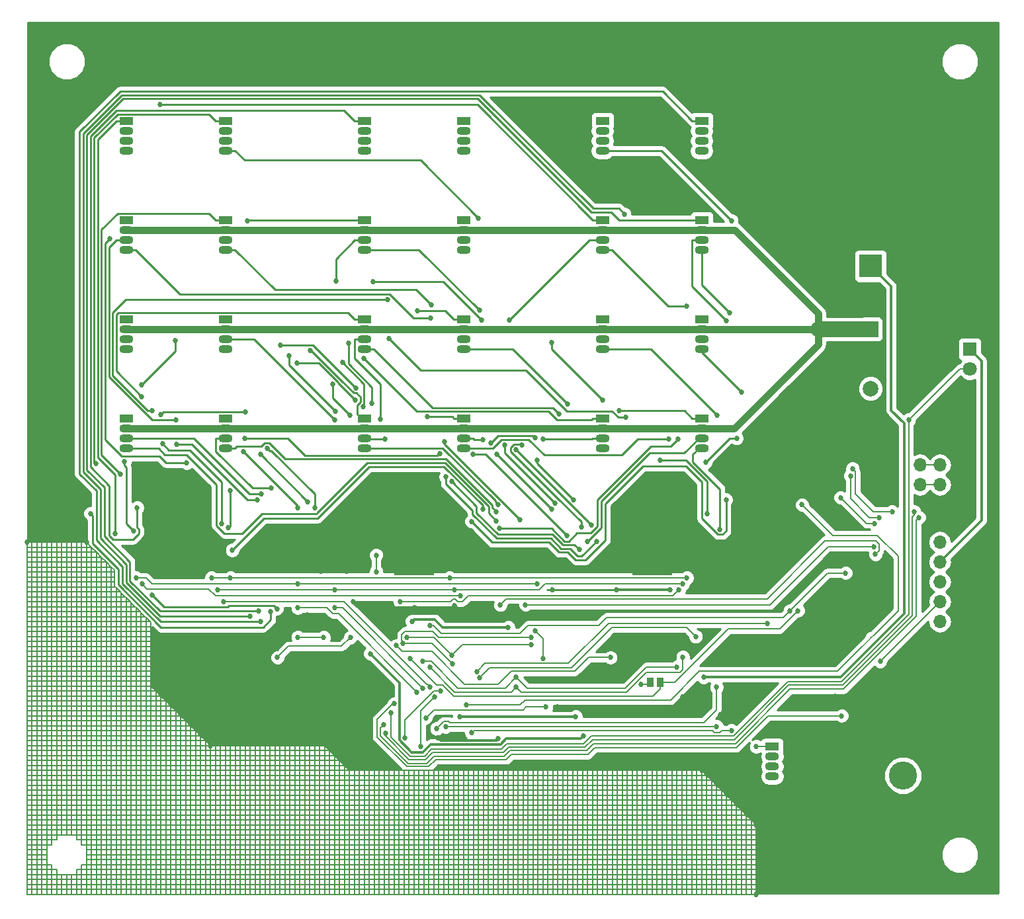
<source format=gbr>
G04 #@! TF.FileFunction,Copper,L2,Bot,Signal*
%FSLAX46Y46*%
G04 Gerber Fmt 4.6, Leading zero omitted, Abs format (unit mm)*
G04 Created by KiCad (PCBNEW 4.0.7) date Monday, March 26, 2018 'AMt' 12:22:04 AM*
%MOMM*%
%LPD*%
G01*
G04 APERTURE LIST*
%ADD10C,0.100000*%
%ADD11C,3.600000*%
%ADD12C,3.000000*%
%ADD13R,3.000000X3.000000*%
%ADD14R,2.000000X2.000000*%
%ADD15C,2.000000*%
%ADD16R,1.700000X1.700000*%
%ADD17O,1.700000X1.700000*%
%ADD18R,1.800000X1.070000*%
%ADD19O,1.800000X1.070000*%
%ADD20R,5.200000X11.000000*%
%ADD21C,1.330000*%
%ADD22R,1.800000X1.800000*%
%ADD23C,1.800000*%
%ADD24R,0.970000X1.270000*%
%ADD25C,0.685800*%
%ADD26C,0.200000*%
%ADD27C,0.300000*%
%ADD28C,0.152400*%
%ADD29C,2.000000*%
%ADD30C,0.960000*%
%ADD31C,0.250000*%
%ADD32C,0.254000*%
G04 APERTURE END LIST*
D10*
D11*
X207360000Y-130810000D03*
X213360000Y-130810000D03*
X210360000Y-126110000D03*
D12*
X203200000Y-45085000D03*
D13*
X203200000Y-65575000D03*
D14*
X203200000Y-73660000D03*
D15*
X203200000Y-81260000D03*
D16*
X212073000Y-98398200D03*
D17*
X212073000Y-100938200D03*
X212073000Y-103478200D03*
X212073000Y-106018200D03*
X212073000Y-108558200D03*
X212073000Y-111098200D03*
D18*
X181610000Y-85090000D03*
D19*
X181610000Y-86360000D03*
X181610000Y-87630000D03*
X181610000Y-88900000D03*
D18*
X181610000Y-72390000D03*
D19*
X181610000Y-73660000D03*
X181610000Y-74930000D03*
X181610000Y-76200000D03*
D18*
X181610000Y-59690000D03*
D19*
X181610000Y-60960000D03*
X181610000Y-62230000D03*
X181610000Y-63500000D03*
D18*
X181610000Y-46990000D03*
D19*
X181610000Y-48260000D03*
X181610000Y-49530000D03*
X181610000Y-50800000D03*
D18*
X168910000Y-85090000D03*
D19*
X168910000Y-86360000D03*
X168910000Y-87630000D03*
X168910000Y-88900000D03*
D18*
X168910000Y-72390000D03*
D19*
X168910000Y-73660000D03*
X168910000Y-74930000D03*
X168910000Y-76200000D03*
D18*
X168910000Y-59690000D03*
D19*
X168910000Y-60960000D03*
X168910000Y-62230000D03*
X168910000Y-63500000D03*
D18*
X168910000Y-46990000D03*
D19*
X168910000Y-48260000D03*
X168910000Y-49530000D03*
X168910000Y-50800000D03*
D18*
X151130000Y-85090000D03*
D19*
X151130000Y-86360000D03*
X151130000Y-87630000D03*
X151130000Y-88900000D03*
D18*
X151130000Y-72390000D03*
D19*
X151130000Y-73660000D03*
X151130000Y-74930000D03*
X151130000Y-76200000D03*
D18*
X151130000Y-59690000D03*
D19*
X151130000Y-60960000D03*
X151130000Y-62230000D03*
X151130000Y-63500000D03*
D18*
X151130000Y-46990000D03*
D19*
X151130000Y-48260000D03*
X151130000Y-49530000D03*
X151130000Y-50800000D03*
D18*
X138430000Y-85090000D03*
D19*
X138430000Y-86360000D03*
X138430000Y-87630000D03*
X138430000Y-88900000D03*
D18*
X138430000Y-72390000D03*
D19*
X138430000Y-73660000D03*
X138430000Y-74930000D03*
X138430000Y-76200000D03*
D18*
X138430000Y-59690000D03*
D19*
X138430000Y-60960000D03*
X138430000Y-62230000D03*
X138430000Y-63500000D03*
D18*
X138430000Y-46990000D03*
D19*
X138430000Y-48260000D03*
X138430000Y-49530000D03*
X138430000Y-50800000D03*
D18*
X120650000Y-85090000D03*
D19*
X120650000Y-86360000D03*
X120650000Y-87630000D03*
X120650000Y-88900000D03*
D18*
X120650000Y-72390000D03*
D19*
X120650000Y-73660000D03*
X120650000Y-74930000D03*
X120650000Y-76200000D03*
D18*
X120650000Y-59690000D03*
D19*
X120650000Y-60960000D03*
X120650000Y-62230000D03*
X120650000Y-63500000D03*
D18*
X120650000Y-46990000D03*
D19*
X120650000Y-48260000D03*
X120650000Y-49530000D03*
X120650000Y-50800000D03*
D18*
X107950000Y-85090000D03*
D19*
X107950000Y-86360000D03*
X107950000Y-87630000D03*
X107950000Y-88900000D03*
D18*
X107950000Y-72390000D03*
D19*
X107950000Y-73660000D03*
X107950000Y-74930000D03*
X107950000Y-76200000D03*
D18*
X107950000Y-59690000D03*
D19*
X107950000Y-60960000D03*
X107950000Y-62230000D03*
X107950000Y-63500000D03*
D18*
X107950000Y-46990000D03*
D19*
X107950000Y-48260000D03*
X107950000Y-49530000D03*
X107950000Y-50800000D03*
D20*
X114268000Y-99646200D03*
D21*
X116218000Y-104196200D03*
X116218000Y-102896200D03*
X116218000Y-101596200D03*
X116218000Y-100296200D03*
X116218000Y-98996200D03*
X116218000Y-97696200D03*
X116218000Y-96396200D03*
X116218000Y-95096200D03*
X114918000Y-104196200D03*
X114918000Y-102896200D03*
X114918000Y-101596200D03*
X114918000Y-100296200D03*
X114918000Y-98996200D03*
X114918000Y-97696200D03*
X114918000Y-96396200D03*
X114918000Y-95096200D03*
X113618000Y-104196200D03*
X113618000Y-102896200D03*
X113618000Y-101596200D03*
X113618000Y-100296200D03*
X113618000Y-98996200D03*
X113618000Y-97696200D03*
X113618000Y-96396200D03*
X113618000Y-95096200D03*
X112318000Y-104196200D03*
X112318000Y-102896200D03*
X112318000Y-101596200D03*
X112318000Y-100296200D03*
X112318000Y-98996200D03*
X112318000Y-97696200D03*
X112318000Y-96396200D03*
X112318000Y-95096200D03*
D20*
X144748000Y-99646200D03*
D21*
X146698000Y-104196200D03*
X146698000Y-102896200D03*
X146698000Y-101596200D03*
X146698000Y-100296200D03*
X146698000Y-98996200D03*
X146698000Y-97696200D03*
X146698000Y-96396200D03*
X146698000Y-95096200D03*
X145398000Y-104196200D03*
X145398000Y-102896200D03*
X145398000Y-101596200D03*
X145398000Y-100296200D03*
X145398000Y-98996200D03*
X145398000Y-97696200D03*
X145398000Y-96396200D03*
X145398000Y-95096200D03*
X144098000Y-104196200D03*
X144098000Y-102896200D03*
X144098000Y-101596200D03*
X144098000Y-100296200D03*
X144098000Y-98996200D03*
X144098000Y-97696200D03*
X144098000Y-96396200D03*
X144098000Y-95096200D03*
X142798000Y-104196200D03*
X142798000Y-102896200D03*
X142798000Y-101596200D03*
X142798000Y-100296200D03*
X142798000Y-98996200D03*
X142798000Y-97696200D03*
X142798000Y-96396200D03*
X142798000Y-95096200D03*
D20*
X175228000Y-99646200D03*
D21*
X177178000Y-104196200D03*
X177178000Y-102896200D03*
X177178000Y-101596200D03*
X177178000Y-100296200D03*
X177178000Y-98996200D03*
X177178000Y-97696200D03*
X177178000Y-96396200D03*
X177178000Y-95096200D03*
X175878000Y-104196200D03*
X175878000Y-102896200D03*
X175878000Y-101596200D03*
X175878000Y-100296200D03*
X175878000Y-98996200D03*
X175878000Y-97696200D03*
X175878000Y-96396200D03*
X175878000Y-95096200D03*
X174578000Y-104196200D03*
X174578000Y-102896200D03*
X174578000Y-101596200D03*
X174578000Y-100296200D03*
X174578000Y-98996200D03*
X174578000Y-97696200D03*
X174578000Y-96396200D03*
X174578000Y-95096200D03*
X173278000Y-104196200D03*
X173278000Y-102896200D03*
X173278000Y-101596200D03*
X173278000Y-100296200D03*
X173278000Y-98996200D03*
X173278000Y-97696200D03*
X173278000Y-96396200D03*
X173278000Y-95096200D03*
D16*
X209533000Y-88492200D03*
D17*
X212073000Y-88492200D03*
X209533000Y-91032200D03*
X212073000Y-91032200D03*
X209533000Y-93572200D03*
X212073000Y-93572200D03*
D22*
X215900000Y-76200000D03*
D23*
X215900000Y-78740000D03*
D18*
X190610000Y-127100000D03*
D19*
X190610000Y-128370000D03*
X190610000Y-129640000D03*
X190610000Y-130910000D03*
D24*
X176276000Y-118872000D03*
X174996000Y-118872000D03*
D25*
X182372000Y-116332000D03*
X185547000Y-113157000D03*
X169672000Y-117856000D03*
X216408000Y-83820000D03*
X205994000Y-95504000D03*
X118745000Y-127000000D03*
X102870000Y-100965000D03*
X95250000Y-100965000D03*
X188595000Y-146050000D03*
X188595000Y-137160000D03*
X181610000Y-130175000D03*
X155558200Y-126084200D03*
X147828000Y-125957000D03*
X128380200Y-102208200D03*
X197612000Y-103632000D03*
X122665200Y-116559200D03*
X166607200Y-104494200D03*
X162482000Y-107061000D03*
X170671200Y-107034200D03*
X177529200Y-107034200D03*
X149970200Y-109066200D03*
X172576200Y-122401200D03*
X163178200Y-122020200D03*
X184006200Y-123036200D03*
X179180200Y-120750200D03*
X140425000Y-118611000D03*
X137414000Y-123984000D03*
X115934200Y-113003200D03*
X117585200Y-115924200D03*
X113582000Y-116757000D03*
X131174000Y-110238000D03*
X132825200Y-104621200D03*
X136127200Y-104621200D03*
X198738200Y-120623200D03*
X197595200Y-124687200D03*
X196960200Y-113511200D03*
X197595200Y-121893200D03*
X137016000Y-108558000D03*
X144890000Y-109320000D03*
X166497000Y-125730000D03*
X181847000Y-118210000D03*
X139177100Y-115204500D03*
X165464200Y-123290200D03*
X150605200Y-123290200D03*
X144517000Y-111074000D03*
X156828200Y-111860200D03*
X121522200Y-101954200D03*
X153570200Y-96738800D03*
X171017400Y-84113500D03*
X166984100Y-100833800D03*
X183944464Y-99292656D03*
X171687200Y-58901200D03*
X123808200Y-110460190D03*
X178545200Y-87730200D03*
X155685200Y-99160200D03*
X186738010Y-81749800D03*
X124932600Y-109749000D03*
X152129200Y-98271200D03*
X184709100Y-95501800D03*
X184731200Y-72547100D03*
X185168200Y-71571400D03*
X125126900Y-111128100D03*
X121029400Y-99082000D03*
X121230400Y-94371600D03*
X138373000Y-77417300D03*
X161298900Y-87761300D03*
X182277910Y-97286066D03*
X176259200Y-90397200D03*
X120175800Y-98543900D03*
X112597500Y-88323400D03*
X111294600Y-84059000D03*
X141397600Y-69845000D03*
X183576500Y-84656800D03*
X103361200Y-97255200D03*
X126441737Y-109836945D03*
X112290700Y-44898200D03*
X156945500Y-72517400D03*
X179641500Y-70672400D03*
X111235200Y-107669200D03*
X127237200Y-109447200D03*
X154590500Y-88234300D03*
X160283300Y-87538600D03*
X182118000Y-90678000D03*
X186070100Y-87630000D03*
X185403200Y-59790200D03*
X146484100Y-84883100D03*
X153630100Y-87807500D03*
X177402200Y-87730200D03*
X145183700Y-71286700D03*
X164444900Y-83237200D03*
X168923600Y-82710400D03*
X162393500Y-75381900D03*
X115680200Y-90778200D03*
X105846200Y-62092300D03*
X139407300Y-83131000D03*
X136405900Y-75419100D03*
X171923100Y-84962600D03*
X141555500Y-74853700D03*
X131500300Y-76361300D03*
X141080200Y-87730200D03*
X155519200Y-96143700D03*
X109896100Y-82276000D03*
X140507600Y-85154300D03*
X160561095Y-90474334D03*
X165210200Y-95477200D03*
X163370500Y-84539800D03*
X112324200Y-84623400D03*
X123202600Y-84237700D03*
X123444200Y-59767200D03*
X136553600Y-84685500D03*
X134386500Y-80721600D03*
X134765400Y-67531700D03*
X162814900Y-95916100D03*
X153134300Y-71218800D03*
X156378600Y-88515500D03*
X109329900Y-96530200D03*
X135607000Y-77934000D03*
X138278000Y-83610700D03*
X162433000Y-96729200D03*
X155376400Y-89672600D03*
X153454700Y-72522800D03*
X139517800Y-67584800D03*
X126489300Y-94027900D03*
X155321000Y-97022700D03*
X109880300Y-80747300D03*
X114189200Y-75107500D03*
X134650800Y-85280800D03*
X158369000Y-98038800D03*
X148712900Y-88043700D03*
X137257200Y-82703300D03*
X129811700Y-77998700D03*
X107171200Y-92175200D03*
X131191000Y-95763800D03*
X125138000Y-89710800D03*
X167492500Y-98712900D03*
X146952900Y-70517200D03*
X157864500Y-89084900D03*
X104062600Y-90900200D03*
X132063200Y-96493200D03*
X125967000Y-88875800D03*
X166182400Y-98994000D03*
X153014700Y-59407200D03*
X158571500Y-88459200D03*
X108848400Y-99508000D03*
X107730484Y-90639416D03*
X125205200Y-94715200D03*
X155305800Y-98219500D03*
X129904200Y-96493200D03*
X122962400Y-89328600D03*
X148076240Y-89567910D03*
X148827200Y-92556200D03*
X168117300Y-100851200D03*
X123121900Y-87661500D03*
X114410200Y-88365200D03*
X124697200Y-95477200D03*
X114321700Y-85242800D03*
X164321200Y-100049200D03*
X146898000Y-72227900D03*
X152340000Y-89684500D03*
X106515900Y-99822000D03*
X134739200Y-84185800D03*
X128800100Y-77021600D03*
X165955000Y-101906100D03*
X149582000Y-93186800D03*
X137342000Y-81167600D03*
X127657200Y-75674600D03*
X180848000Y-113030000D03*
X153209980Y-118298805D03*
X204453200Y-116178200D03*
X192896000Y-109701000D03*
X146795000Y-111606000D03*
X200008000Y-104875000D03*
X152825884Y-117500598D03*
X190027800Y-111321600D03*
X194437000Y-96139000D03*
X151494000Y-121766000D03*
X183498000Y-124560000D03*
X148827000Y-124560000D03*
X183498000Y-119480000D03*
X147684000Y-124814000D03*
X200635290Y-92429200D03*
X209406200Y-97763200D03*
X204326200Y-97763200D03*
X140886800Y-124318700D03*
X203691200Y-98525200D03*
X199373200Y-95223200D03*
X199500200Y-123163200D03*
X142259500Y-121603400D03*
X208771200Y-97001200D03*
X205977200Y-97001200D03*
X200897200Y-91540200D03*
X141121600Y-125362700D03*
X146795000Y-116963000D03*
X157844000Y-119480000D03*
X179180000Y-115670000D03*
X145923000Y-116205000D03*
X178418000Y-116940000D03*
X157844000Y-118210000D03*
X150732000Y-107796000D03*
X109965000Y-106272000D03*
X178672000Y-107034000D03*
X142985000Y-108558000D03*
X139937000Y-104748000D03*
X139937000Y-102589000D03*
X208097899Y-85272101D03*
X141800900Y-122813800D03*
X143620000Y-125957000D03*
X148192000Y-119988000D03*
X145652000Y-127100000D03*
X147430000Y-120750000D03*
X152129000Y-125322000D03*
X185396189Y-125067401D03*
X188578200Y-127100200D03*
X144255200Y-115797200D03*
X193912000Y-109701000D03*
X159048300Y-108948700D03*
X203606600Y-101501900D03*
X155806900Y-108972200D03*
X203828000Y-102486400D03*
X121268000Y-105510000D03*
X149327000Y-105510000D03*
X118855000Y-105510000D03*
X179688000Y-105510000D03*
X127298000Y-115697000D03*
X143849098Y-113130000D03*
X136635000Y-113130000D03*
X149589000Y-115416000D03*
X159766000Y-114019000D03*
X143383000Y-113892000D03*
X133206000Y-113130000D03*
X129904000Y-113130000D03*
X149716000Y-116551000D03*
X159766000Y-113130000D03*
X142494000Y-114173000D03*
X169926000Y-115697000D03*
X129904000Y-109320000D03*
X145144000Y-120115000D03*
X109203000Y-105510000D03*
X129904000Y-106272000D03*
X160511000Y-106272000D03*
X134603000Y-107034000D03*
X134603000Y-109320000D03*
X145906000Y-119607000D03*
X119617000Y-107034000D03*
X149970000Y-107034000D03*
X179180000Y-106272000D03*
X161671000Y-122047000D03*
X160274000Y-112268000D03*
X161273000Y-115797000D03*
X146287000Y-123417000D03*
X146795000Y-119480000D03*
X120379000Y-108558000D03*
X173863000Y-119126000D03*
D26*
X203183000Y-113003000D02*
X203183000Y-113003400D01*
D27*
X185547000Y-113157000D02*
X182372000Y-116332000D01*
X196960200Y-113511200D02*
X185901200Y-113511200D01*
X185901200Y-113511200D02*
X185547000Y-113157000D01*
X212073000Y-88492200D02*
X216408000Y-84157200D01*
X216408000Y-84157200D02*
X216408000Y-83820000D01*
D28*
X187960000Y-146050000D02*
X187325000Y-146050000D01*
X188595000Y-146050000D02*
X187960000Y-146050000D01*
X187960000Y-146050000D02*
X187960000Y-136525000D01*
X187325000Y-146050000D02*
X186690000Y-146050000D01*
X187325000Y-146050000D02*
X187325000Y-135890000D01*
X186690000Y-146050000D02*
X186055000Y-146050000D01*
X186690000Y-146050000D02*
X186690000Y-135255000D01*
X186055000Y-146050000D02*
X185420000Y-146050000D01*
X186055000Y-146050000D02*
X186055000Y-134620000D01*
X185420000Y-146050000D02*
X184785000Y-146050000D01*
X185420000Y-146050000D02*
X185420000Y-133985000D01*
X184785000Y-146050000D02*
X184150000Y-146050000D01*
X184785000Y-146050000D02*
X184785000Y-133350000D01*
X184150000Y-146050000D02*
X183515000Y-146050000D01*
X184150000Y-146050000D02*
X184150000Y-132715000D01*
X183515000Y-146050000D02*
X182880000Y-146050000D01*
X183515000Y-146050000D02*
X183515000Y-132080000D01*
X182880000Y-146050000D02*
X182245000Y-146050000D01*
X182880000Y-146050000D02*
X182880000Y-131445000D01*
X182245000Y-146050000D02*
X181610000Y-146050000D01*
X182245000Y-146050000D02*
X182245000Y-130810000D01*
X181610000Y-146050000D02*
X180975000Y-146050000D01*
X181610000Y-146050000D02*
X181610000Y-130175000D01*
X180975000Y-146050000D02*
X180340000Y-146050000D01*
X181610000Y-130175000D02*
X180975000Y-130175000D01*
X180975000Y-130175000D02*
X180340000Y-130175000D01*
X180975000Y-146050000D02*
X180975000Y-130175000D01*
X180340000Y-130175000D02*
X179705000Y-130175000D01*
X180340000Y-146050000D02*
X179705000Y-146050000D01*
X180340000Y-130175000D02*
X180340000Y-146050000D01*
X179705000Y-146050000D02*
X179070000Y-146050000D01*
X179705000Y-146050000D02*
X179705000Y-130175000D01*
X179705000Y-130175000D02*
X179070000Y-130175000D01*
X179070000Y-130175000D02*
X178435000Y-130175000D01*
X179070000Y-130175000D02*
X179070000Y-146050000D01*
X179070000Y-146050000D02*
X178435000Y-146050000D01*
X178435000Y-146050000D02*
X177800000Y-146050000D01*
X178435000Y-130175000D02*
X177800000Y-130175000D01*
X178435000Y-146050000D02*
X178435000Y-130175000D01*
X177800000Y-130175000D02*
X177165000Y-130175000D01*
X177800000Y-130175000D02*
X177800000Y-146050000D01*
X177800000Y-146050000D02*
X177165000Y-146050000D01*
X177165000Y-146050000D02*
X176530000Y-146050000D01*
X177165000Y-146050000D02*
X177165000Y-130175000D01*
X177165000Y-130175000D02*
X176530000Y-130175000D01*
X176530000Y-130175000D02*
X175895000Y-130175000D01*
X176530000Y-130175000D02*
X176530000Y-146050000D01*
X176530000Y-146050000D02*
X175895000Y-146050000D01*
X175895000Y-146050000D02*
X175260000Y-146050000D01*
X175895000Y-146050000D02*
X175895000Y-130175000D01*
X175895000Y-130175000D02*
X175260000Y-130175000D01*
X175260000Y-130175000D02*
X174625000Y-130175000D01*
X175260000Y-146050000D02*
X174625000Y-146050000D01*
X175260000Y-130175000D02*
X175260000Y-146050000D01*
X174625000Y-146050000D02*
X173990000Y-146050000D01*
X174625000Y-130175000D02*
X173990000Y-130175000D01*
X174625000Y-146050000D02*
X174625000Y-130175000D01*
X173990000Y-130175000D02*
X173355000Y-130175000D01*
X173990000Y-146050000D02*
X173355000Y-146050000D01*
X173990000Y-130175000D02*
X173990000Y-146050000D01*
X173355000Y-146050000D02*
X172720000Y-146050000D01*
X173355000Y-146050000D02*
X173355000Y-130175000D01*
X173355000Y-130175000D02*
X172720000Y-130175000D01*
X172720000Y-130175000D02*
X172085000Y-130175000D01*
X172720000Y-146050000D02*
X172085000Y-146050000D01*
X172720000Y-130175000D02*
X172720000Y-146050000D01*
X172085000Y-146050000D02*
X171450000Y-146050000D01*
X172085000Y-146050000D02*
X172085000Y-130175000D01*
X172085000Y-130175000D02*
X171450000Y-130175000D01*
X171450000Y-130175000D02*
X170815000Y-130175000D01*
X171450000Y-130175000D02*
X171450000Y-146050000D01*
X171450000Y-146050000D02*
X170815000Y-146050000D01*
X170815000Y-146050000D02*
X170180000Y-146050000D01*
X170815000Y-130175000D02*
X170180000Y-130175000D01*
X170815000Y-146050000D02*
X170815000Y-130175000D01*
X170180000Y-130175000D02*
X169545000Y-130175000D01*
X170180000Y-146050000D02*
X169545000Y-146050000D01*
X170180000Y-130175000D02*
X170180000Y-146050000D01*
X169545000Y-146050000D02*
X168910000Y-146050000D01*
X169545000Y-130175000D02*
X168910000Y-130175000D01*
X169545000Y-146050000D02*
X169545000Y-130175000D01*
X168910000Y-130175000D02*
X168275000Y-130175000D01*
X168910000Y-146050000D02*
X168275000Y-146050000D01*
X168910000Y-130175000D02*
X168910000Y-146050000D01*
X168275000Y-146050000D02*
X167640000Y-146050000D01*
X168275000Y-130175000D02*
X167640000Y-130175000D01*
X168275000Y-146050000D02*
X168275000Y-130175000D01*
X167640000Y-130175000D02*
X167005000Y-130175000D01*
X167640000Y-146050000D02*
X167005000Y-146050000D01*
X167640000Y-130175000D02*
X167640000Y-146050000D01*
X167005000Y-130175000D02*
X166370000Y-130175000D01*
X167005000Y-146050000D02*
X166370000Y-146050000D01*
X167005000Y-130175000D02*
X167005000Y-146050000D01*
X166370000Y-146050000D02*
X165735000Y-146050000D01*
X166370000Y-130175000D02*
X165735000Y-130175000D01*
X166370000Y-146050000D02*
X166370000Y-130175000D01*
X165735000Y-130175000D02*
X165100000Y-130175000D01*
X165735000Y-146050000D02*
X165100000Y-146050000D01*
X165735000Y-130175000D02*
X165735000Y-146050000D01*
X165100000Y-146050000D02*
X164465000Y-146050000D01*
X165100000Y-130175000D02*
X164465000Y-130175000D01*
X165100000Y-146050000D02*
X165100000Y-130175000D01*
X164465000Y-130175000D02*
X163830000Y-130175000D01*
X164465000Y-130175000D02*
X164465000Y-146050000D01*
X164465000Y-146050000D02*
X163830000Y-146050000D01*
X163830000Y-146050000D02*
X163195000Y-146050000D01*
X163830000Y-146050000D02*
X163830000Y-130175000D01*
X163830000Y-130175000D02*
X163195000Y-130175000D01*
X163195000Y-130175000D02*
X162560000Y-130175000D01*
X163195000Y-146050000D02*
X162560000Y-146050000D01*
X163195000Y-130175000D02*
X163195000Y-146050000D01*
X162560000Y-146050000D02*
X161925000Y-146050000D01*
X162560000Y-130175000D02*
X161925000Y-130175000D01*
X162560000Y-146050000D02*
X162560000Y-130175000D01*
X161925000Y-130175000D02*
X161290000Y-130175000D01*
X161925000Y-130175000D02*
X161925000Y-146050000D01*
X161925000Y-146050000D02*
X161290000Y-146050000D01*
X161290000Y-146050000D02*
X160655000Y-146050000D01*
X161290000Y-130175000D02*
X160655000Y-130175000D01*
X161290000Y-146050000D02*
X161290000Y-130175000D01*
X160655000Y-130175000D02*
X160020000Y-130175000D01*
X160655000Y-146050000D02*
X160020000Y-146050000D01*
X160655000Y-130175000D02*
X160655000Y-146050000D01*
X160020000Y-146050000D02*
X159385000Y-146050000D01*
X160020000Y-146050000D02*
X160020000Y-130175000D01*
X160020000Y-130175000D02*
X159385000Y-130175000D01*
X159385000Y-130175000D02*
X158750000Y-130175000D01*
X159385000Y-146050000D02*
X158750000Y-146050000D01*
X159385000Y-130175000D02*
X159385000Y-146050000D01*
X158750000Y-146050000D02*
X158115000Y-146050000D01*
X158750000Y-146050000D02*
X158750000Y-130175000D01*
X158750000Y-130175000D02*
X158115000Y-130175000D01*
X158115000Y-130175000D02*
X157480000Y-130175000D01*
X158115000Y-146050000D02*
X157480000Y-146050000D01*
X158115000Y-130175000D02*
X158115000Y-146050000D01*
X157480000Y-146050000D02*
X156845000Y-146050000D01*
X157480000Y-146050000D02*
X157480000Y-130175000D01*
X157480000Y-130175000D02*
X156845000Y-130175000D01*
X156845000Y-130175000D02*
X156210000Y-130175000D01*
X156845000Y-146050000D02*
X156210000Y-146050000D01*
X156845000Y-130175000D02*
X156845000Y-146050000D01*
X156210000Y-146050000D02*
X155575000Y-146050000D01*
X156210000Y-130175000D02*
X155575000Y-130175000D01*
X156210000Y-146050000D02*
X156210000Y-130175000D01*
X155575000Y-130175000D02*
X154940000Y-130175000D01*
X155575000Y-130175000D02*
X155575000Y-146050000D01*
X155575000Y-146050000D02*
X154940000Y-146050000D01*
X154940000Y-146050000D02*
X154305000Y-146050000D01*
X154940000Y-130175000D02*
X154305000Y-130175000D01*
X154940000Y-146050000D02*
X154940000Y-130175000D01*
X154305000Y-130175000D02*
X153670000Y-130175000D01*
X154305000Y-146050000D02*
X153670000Y-146050000D01*
X154305000Y-130175000D02*
X154305000Y-146050000D01*
X153670000Y-146050000D02*
X153035000Y-146050000D01*
X153670000Y-130175000D02*
X153035000Y-130175000D01*
X153670000Y-146050000D02*
X153670000Y-130175000D01*
X153035000Y-130175000D02*
X152400000Y-130175000D01*
X153035000Y-130175000D02*
X153035000Y-146050000D01*
X153035000Y-146050000D02*
X152400000Y-146050000D01*
X152400000Y-146050000D02*
X151765000Y-146050000D01*
X152400000Y-130175000D02*
X151765000Y-130175000D01*
X152400000Y-146050000D02*
X152400000Y-130175000D01*
X151765000Y-130175000D02*
X151130000Y-130175000D01*
X151765000Y-146050000D02*
X151130000Y-146050000D01*
X151765000Y-130175000D02*
X151765000Y-146050000D01*
X151130000Y-146050000D02*
X150495000Y-146050000D01*
X151130000Y-130175000D02*
X150495000Y-130175000D01*
X151130000Y-146050000D02*
X151130000Y-130175000D01*
X150495000Y-130175000D02*
X149860000Y-130175000D01*
X150495000Y-130175000D02*
X150495000Y-146050000D01*
X150495000Y-146050000D02*
X149860000Y-146050000D01*
X149860000Y-146050000D02*
X149225000Y-146050000D01*
X149860000Y-130175000D02*
X149225000Y-130175000D01*
X149860000Y-146050000D02*
X149860000Y-130175000D01*
X149225000Y-130175000D02*
X148590000Y-130175000D01*
X149225000Y-130175000D02*
X149225000Y-146050000D01*
X149225000Y-146050000D02*
X148590000Y-146050000D01*
X148590000Y-146050000D02*
X147955000Y-146050000D01*
X148590000Y-146050000D02*
X148590000Y-130175000D01*
X148590000Y-130175000D02*
X147955000Y-130175000D01*
X147955000Y-130175000D02*
X147320000Y-130175000D01*
X147955000Y-146050000D02*
X147320000Y-146050000D01*
X147955000Y-130175000D02*
X147955000Y-146050000D01*
X147320000Y-146050000D02*
X146685000Y-146050000D01*
X147320000Y-130175000D02*
X146685000Y-130175000D01*
X147320000Y-146050000D02*
X147320000Y-130175000D01*
X146685000Y-130175000D02*
X146050000Y-130175000D01*
X146685000Y-146050000D02*
X146050000Y-146050000D01*
X146685000Y-130175000D02*
X146685000Y-146050000D01*
X146050000Y-146050000D02*
X145415000Y-146050000D01*
X146050000Y-130175000D02*
X145415000Y-130175000D01*
X146050000Y-146050000D02*
X146050000Y-130175000D01*
X145415000Y-146050000D02*
X144780000Y-146050000D01*
X145415000Y-130175000D02*
X144780000Y-130175000D01*
X145415000Y-146050000D02*
X145415000Y-130175000D01*
X144780000Y-130175000D02*
X144145000Y-130175000D01*
X144780000Y-146050000D02*
X144145000Y-146050000D01*
X144780000Y-130175000D02*
X144780000Y-146050000D01*
X144145000Y-146050000D02*
X143510000Y-146050000D01*
X144145000Y-130175000D02*
X143510000Y-130175000D01*
X144145000Y-146050000D02*
X144145000Y-130175000D01*
X143510000Y-130175000D02*
X142875000Y-130175000D01*
X143510000Y-146050000D02*
X142875000Y-146050000D01*
X143510000Y-130175000D02*
X143510000Y-146050000D01*
X142875000Y-146050000D02*
X142240000Y-146050000D01*
X142875000Y-130175000D02*
X142240000Y-130175000D01*
X142875000Y-146050000D02*
X142875000Y-130175000D01*
X142240000Y-130175000D02*
X141605000Y-130175000D01*
X142240000Y-130175000D02*
X142240000Y-146050000D01*
X142240000Y-146050000D02*
X141605000Y-146050000D01*
X141605000Y-146050000D02*
X140970000Y-146050000D01*
X141605000Y-130175000D02*
X140970000Y-130175000D01*
X141605000Y-146050000D02*
X141605000Y-130175000D01*
X140970000Y-130175000D02*
X140335000Y-130175000D01*
X140970000Y-146050000D02*
X140335000Y-146050000D01*
X140970000Y-130175000D02*
X140970000Y-146050000D01*
X140335000Y-146050000D02*
X139700000Y-146050000D01*
X140335000Y-130175000D02*
X139700000Y-130175000D01*
X140335000Y-146050000D02*
X140335000Y-130175000D01*
X139700000Y-130175000D02*
X139065000Y-130175000D01*
X139700000Y-146050000D02*
X139065000Y-146050000D01*
X139700000Y-130175000D02*
X139700000Y-146050000D01*
X139065000Y-146050000D02*
X138430000Y-146050000D01*
X139065000Y-130175000D02*
X138430000Y-130175000D01*
X139065000Y-146050000D02*
X139065000Y-130175000D01*
X138430000Y-130175000D02*
X137795000Y-130175000D01*
X138430000Y-130175000D02*
X138430000Y-146050000D01*
X138430000Y-146050000D02*
X137795000Y-146050000D01*
X137795000Y-146050000D02*
X137160000Y-146050000D01*
X137795000Y-130175000D02*
X137160000Y-130175000D01*
X137795000Y-146050000D02*
X137795000Y-130175000D01*
X137160000Y-130175000D02*
X136525000Y-130175000D01*
X137160000Y-146050000D02*
X136525000Y-146050000D01*
X137160000Y-130175000D02*
X137160000Y-146050000D01*
X136525000Y-146050000D02*
X135890000Y-146050000D01*
X136525000Y-146050000D02*
X136525000Y-130175000D01*
X135890000Y-146050000D02*
X135255000Y-146050000D01*
X135890000Y-129540000D02*
X135890000Y-146050000D01*
X135255000Y-146050000D02*
X134620000Y-146050000D01*
X135255000Y-146050000D02*
X135255000Y-128905000D01*
X134620000Y-146050000D02*
X133985000Y-146050000D01*
X134620000Y-128270000D02*
X134620000Y-146050000D01*
X133985000Y-146050000D02*
X133350000Y-146050000D01*
X133985000Y-146050000D02*
X133985000Y-127635000D01*
X133350000Y-146050000D02*
X132715000Y-146050000D01*
X133350000Y-127000000D02*
X133350000Y-146050000D01*
X132715000Y-146050000D02*
X132080000Y-146050000D01*
X132715000Y-127000000D02*
X132080000Y-127000000D01*
X133350000Y-127000000D02*
X132715000Y-127000000D01*
X132715000Y-146050000D02*
X132715000Y-127000000D01*
X132080000Y-127000000D02*
X131445000Y-127000000D01*
X132080000Y-146050000D02*
X131445000Y-146050000D01*
X132080000Y-127000000D02*
X132080000Y-146050000D01*
X131445000Y-146050000D02*
X130810000Y-146050000D01*
X131445000Y-127000000D02*
X130810000Y-127000000D01*
X131445000Y-146050000D02*
X131445000Y-127000000D01*
X130810000Y-127000000D02*
X130175000Y-127000000D01*
X130810000Y-146050000D02*
X130175000Y-146050000D01*
X130810000Y-127000000D02*
X130810000Y-146050000D01*
X130175000Y-146050000D02*
X129540000Y-146050000D01*
X130175000Y-127000000D02*
X129540000Y-127000000D01*
X130175000Y-146050000D02*
X130175000Y-127000000D01*
X129540000Y-146050000D02*
X128905000Y-146050000D01*
X129540000Y-127000000D02*
X128905000Y-127000000D01*
X129540000Y-146050000D02*
X129540000Y-127000000D01*
X128905000Y-127000000D02*
X128270000Y-127000000D01*
X128905000Y-146050000D02*
X128270000Y-146050000D01*
X128905000Y-127000000D02*
X128905000Y-146050000D01*
X128270000Y-146050000D02*
X127635000Y-146050000D01*
X128270000Y-127000000D02*
X127635000Y-127000000D01*
X128270000Y-146050000D02*
X128270000Y-127000000D01*
X127635000Y-127000000D02*
X127000000Y-127000000D01*
X127635000Y-146050000D02*
X127000000Y-146050000D01*
X127635000Y-127000000D02*
X127635000Y-146050000D01*
X127000000Y-146050000D02*
X126365000Y-146050000D01*
X127000000Y-127000000D02*
X126365000Y-127000000D01*
X127000000Y-146050000D02*
X127000000Y-127000000D01*
X126365000Y-127000000D02*
X125730000Y-127000000D01*
X126365000Y-146050000D02*
X125730000Y-146050000D01*
X126365000Y-127000000D02*
X126365000Y-146050000D01*
X125730000Y-146050000D02*
X125095000Y-146050000D01*
X125730000Y-146050000D02*
X125730000Y-127000000D01*
X125730000Y-127000000D02*
X125095000Y-127000000D01*
X125095000Y-127000000D02*
X124460000Y-127000000D01*
X125095000Y-146050000D02*
X124460000Y-146050000D01*
X125095000Y-127000000D02*
X125095000Y-146050000D01*
X124460000Y-146050000D02*
X123825000Y-146050000D01*
X124460000Y-127000000D02*
X123825000Y-127000000D01*
X124460000Y-146050000D02*
X124460000Y-127000000D01*
X123825000Y-127000000D02*
X123190000Y-127000000D01*
X123825000Y-127000000D02*
X123825000Y-146050000D01*
X123825000Y-146050000D02*
X123190000Y-146050000D01*
X123190000Y-146050000D02*
X122555000Y-146050000D01*
X123190000Y-127000000D02*
X122555000Y-127000000D01*
X123190000Y-146050000D02*
X123190000Y-127000000D01*
X122555000Y-127000000D02*
X121920000Y-127000000D01*
X122555000Y-146050000D02*
X121920000Y-146050000D01*
X122555000Y-127000000D02*
X122555000Y-146050000D01*
X121920000Y-146050000D02*
X121285000Y-146050000D01*
X121920000Y-127000000D02*
X121285000Y-127000000D01*
X121920000Y-146050000D02*
X121920000Y-127000000D01*
X121285000Y-127000000D02*
X120650000Y-127000000D01*
X121285000Y-146050000D02*
X120650000Y-146050000D01*
X121285000Y-127000000D02*
X121285000Y-146050000D01*
X120650000Y-146050000D02*
X120015000Y-146050000D01*
X120650000Y-127000000D02*
X120015000Y-127000000D01*
X120650000Y-146050000D02*
X120650000Y-127000000D01*
X120015000Y-127000000D02*
X119380000Y-127000000D01*
X120015000Y-146050000D02*
X119380000Y-146050000D01*
X120015000Y-127000000D02*
X120015000Y-146050000D01*
X119380000Y-146050000D02*
X118745000Y-146050000D01*
X119380000Y-146050000D02*
X119380000Y-127000000D01*
X119380000Y-127000000D02*
X118745000Y-127000000D01*
X118745000Y-146050000D02*
X118110000Y-146050000D01*
X118745000Y-127000000D02*
X118745000Y-146050000D01*
X118110000Y-146050000D02*
X117475000Y-146050000D01*
X118110000Y-146050000D02*
X118110000Y-126365000D01*
X117475000Y-146050000D02*
X116840000Y-146050000D01*
X117475000Y-146050000D02*
X117475000Y-125730000D01*
X116840000Y-146050000D02*
X116205000Y-146050000D01*
X116840000Y-146050000D02*
X116840000Y-125095000D01*
X116205000Y-146050000D02*
X115570000Y-146050000D01*
X116205000Y-146050000D02*
X116205000Y-124460000D01*
X115570000Y-146050000D02*
X114935000Y-146050000D01*
X115570000Y-146050000D02*
X115570000Y-123825000D01*
X114935000Y-146050000D02*
X114300000Y-146050000D01*
X114935000Y-146050000D02*
X114935000Y-123190000D01*
X114300000Y-146050000D02*
X113665000Y-146050000D01*
X114300000Y-146050000D02*
X114300000Y-122555000D01*
X113665000Y-146050000D02*
X113030000Y-146050000D01*
X113665000Y-146050000D02*
X113665000Y-121920000D01*
X113030000Y-146050000D02*
X112395000Y-146050000D01*
X113030000Y-146050000D02*
X113030000Y-121285000D01*
X112395000Y-146050000D02*
X111760000Y-146050000D01*
X112395000Y-146050000D02*
X112395000Y-120650000D01*
X111760000Y-146050000D02*
X111125000Y-146050000D01*
X111760000Y-146050000D02*
X111760000Y-120015000D01*
X111125000Y-146050000D02*
X110490000Y-146050000D01*
X111125000Y-119380000D02*
X111125000Y-146050000D01*
X110490000Y-146050000D02*
X109855000Y-146050000D01*
X110998000Y-111125000D02*
X110490000Y-110617000D01*
X110490000Y-110617000D02*
X110363000Y-110490000D01*
X110490000Y-146050000D02*
X110490000Y-110617000D01*
X109855000Y-146050000D02*
X109220000Y-146050000D01*
X109855000Y-146050000D02*
X109855000Y-109982000D01*
X110363000Y-110490000D02*
X109855000Y-109982000D01*
X109855000Y-109982000D02*
X109728000Y-109855000D01*
X109220000Y-146050000D02*
X108585000Y-146050000D01*
X109728000Y-109855000D02*
X109220000Y-109347000D01*
X109220000Y-109347000D02*
X109093000Y-109220000D01*
X109220000Y-146050000D02*
X109220000Y-109347000D01*
X108585000Y-146050000D02*
X107950000Y-146050000D01*
X109093000Y-109220000D02*
X108585000Y-108712000D01*
X108585000Y-146050000D02*
X108585000Y-108712000D01*
X108585000Y-108712000D02*
X108458000Y-108585000D01*
X107950000Y-146050000D02*
X107315000Y-146050000D01*
X108458000Y-108585000D02*
X107950000Y-108077000D01*
X107950000Y-108077000D02*
X107823000Y-107950000D01*
X107950000Y-146050000D02*
X107950000Y-108077000D01*
X107315000Y-146050000D02*
X106680000Y-146050000D01*
X107823000Y-107950000D02*
X107315000Y-107442000D01*
X107315000Y-107442000D02*
X107188000Y-107315000D01*
X107315000Y-146050000D02*
X107315000Y-107442000D01*
X106680000Y-146050000D02*
X106045000Y-146050000D01*
X107188000Y-107315000D02*
X106680000Y-106807000D01*
X106680000Y-106807000D02*
X106553000Y-106680000D01*
X106680000Y-146050000D02*
X106680000Y-106807000D01*
X106045000Y-146050000D02*
X105410000Y-146050000D01*
X106045000Y-146050000D02*
X106045000Y-104140000D01*
X105410000Y-146050000D02*
X104775000Y-146050000D01*
X105410000Y-103505000D02*
X105410000Y-146050000D01*
X104775000Y-146050000D02*
X104140000Y-146050000D01*
X104775000Y-146050000D02*
X104775000Y-102870000D01*
X104140000Y-146050000D02*
X103505000Y-146050000D01*
X104140000Y-102235000D02*
X104140000Y-146050000D01*
X103505000Y-146050000D02*
X102870000Y-146050000D01*
X103505000Y-146050000D02*
X103505000Y-101600000D01*
X102870000Y-140335000D02*
X102870000Y-100965000D01*
X102870000Y-140970000D02*
X102870000Y-140335000D01*
X188595000Y-139700000D02*
X188595000Y-140335000D01*
X188595000Y-140335000D02*
X188595000Y-140970000D01*
X102870000Y-140335000D02*
X188595000Y-140335000D01*
X188595000Y-140970000D02*
X188595000Y-141605000D01*
X102870000Y-141605000D02*
X102870000Y-140970000D01*
X188595000Y-140970000D02*
X102870000Y-140970000D01*
X102870000Y-146050000D02*
X102870000Y-141605000D01*
X188595000Y-141605000D02*
X188595000Y-142240000D01*
X102870000Y-141605000D02*
X188595000Y-141605000D01*
X99695000Y-100965000D02*
X100330000Y-100965000D01*
X99060000Y-100965000D02*
X99695000Y-100965000D01*
X95250000Y-138430000D02*
X99695000Y-138430000D01*
X99695000Y-138430000D02*
X100330000Y-138430000D01*
X99695000Y-100965000D02*
X99695000Y-138430000D01*
X100330000Y-138430000D02*
X100965000Y-138430000D01*
X100330000Y-138430000D02*
X100330000Y-100965000D01*
X100330000Y-100965000D02*
X100965000Y-100965000D01*
X100965000Y-100965000D02*
X101600000Y-100965000D01*
X100965000Y-138430000D02*
X188595000Y-138430000D01*
X100965000Y-100965000D02*
X100965000Y-138430000D01*
X101600000Y-100965000D02*
X102235000Y-100965000D01*
X101600000Y-139065000D02*
X101600000Y-100965000D01*
X188595000Y-139065000D02*
X188595000Y-139700000D01*
X188595000Y-138430000D02*
X188595000Y-139065000D01*
X188595000Y-139065000D02*
X101600000Y-139065000D01*
X102235000Y-139700000D02*
X188595000Y-139700000D01*
X102235000Y-100965000D02*
X102870000Y-100965000D01*
X102235000Y-100965000D02*
X102235000Y-139700000D01*
X102870000Y-146050000D02*
X102235000Y-146050000D01*
X95250000Y-139700000D02*
X95250000Y-139065000D01*
X95250000Y-139065000D02*
X95250000Y-138430000D01*
X99060000Y-139065000D02*
X95250000Y-139065000D01*
X98425000Y-100965000D02*
X99060000Y-100965000D01*
X99060000Y-100965000D02*
X99060000Y-139065000D01*
X97790000Y-100965000D02*
X98425000Y-100965000D01*
X98425000Y-139700000D02*
X98425000Y-100965000D01*
X95250000Y-140335000D02*
X95250000Y-139700000D01*
X95250000Y-139700000D02*
X98425000Y-139700000D01*
X97790000Y-100965000D02*
X97790000Y-140335000D01*
X95250000Y-140970000D02*
X95250000Y-140335000D01*
X97790000Y-140335000D02*
X97790000Y-140970000D01*
X95250000Y-140335000D02*
X97790000Y-140335000D01*
X97790000Y-140970000D02*
X97790000Y-141605000D01*
X95250000Y-141605000D02*
X95250000Y-140970000D01*
X97790000Y-140970000D02*
X95250000Y-140970000D01*
X95250000Y-142240000D02*
X95250000Y-141605000D01*
X97790000Y-141605000D02*
X97790000Y-146050000D01*
X95250000Y-141605000D02*
X97790000Y-141605000D01*
X102235000Y-146050000D02*
X101600000Y-146050000D01*
X102235000Y-142240000D02*
X102235000Y-146050000D01*
X188595000Y-142240000D02*
X188595000Y-142875000D01*
X188595000Y-142240000D02*
X102235000Y-142240000D01*
X188595000Y-142875000D02*
X188595000Y-143510000D01*
X101600000Y-142875000D02*
X188595000Y-142875000D01*
X101600000Y-146050000D02*
X100965000Y-146050000D01*
X101600000Y-146050000D02*
X101600000Y-142875000D01*
X100965000Y-146050000D02*
X100965000Y-144145000D01*
X100965000Y-144145000D02*
X100965000Y-143510000D01*
X100965000Y-146050000D02*
X100330000Y-146050000D01*
X100330000Y-143510000D02*
X188595000Y-143510000D01*
X99695000Y-143510000D02*
X100330000Y-143510000D01*
X100330000Y-143510000D02*
X100330000Y-146050000D01*
X100330000Y-146050000D02*
X99060000Y-146050000D01*
X99695000Y-146050000D02*
X100330000Y-146050000D01*
X95250000Y-143510000D02*
X99695000Y-143510000D01*
X99695000Y-143510000D02*
X99695000Y-146050000D01*
X99060000Y-146050000D02*
X98425000Y-146050000D01*
X99060000Y-146050000D02*
X99060000Y-142875000D01*
X95250000Y-142875000D02*
X95250000Y-142240000D01*
X95250000Y-143510000D02*
X95250000Y-142875000D01*
X95250000Y-142875000D02*
X99060000Y-142875000D01*
X95250000Y-142240000D02*
X98425000Y-142240000D01*
X98425000Y-146050000D02*
X97790000Y-146050000D01*
X98425000Y-146050000D02*
X98425000Y-142240000D01*
X97155000Y-100965000D02*
X97790000Y-100965000D01*
X97790000Y-146050000D02*
X97155000Y-146050000D01*
X97155000Y-146050000D02*
X96520000Y-146050000D01*
X96520000Y-100965000D02*
X97155000Y-100965000D01*
X97155000Y-146050000D02*
X97155000Y-100965000D01*
X95885000Y-100965000D02*
X96520000Y-100965000D01*
X96520000Y-146050000D02*
X95885000Y-146050000D01*
X96520000Y-100965000D02*
X96520000Y-146050000D01*
X95885000Y-146050000D02*
X95250000Y-146050000D01*
X95250000Y-100965000D02*
X95885000Y-100965000D01*
X95885000Y-146050000D02*
X95885000Y-100965000D01*
X95250000Y-144145000D02*
X95250000Y-143510000D01*
X188595000Y-143510000D02*
X188595000Y-144145000D01*
X95250000Y-144780000D02*
X95250000Y-144145000D01*
X188595000Y-144145000D02*
X188595000Y-144780000D01*
X95250000Y-144145000D02*
X188595000Y-144145000D01*
X95250000Y-145415000D02*
X95250000Y-144780000D01*
X188595000Y-144780000D02*
X188595000Y-145415000D01*
X95250000Y-144780000D02*
X188595000Y-144780000D01*
X95250000Y-146050000D02*
X95250000Y-145415000D01*
X188595000Y-145415000D02*
X188595000Y-146050000D01*
X95250000Y-145415000D02*
X188595000Y-145415000D01*
X95250000Y-138430000D02*
X95250000Y-137795000D01*
X188595000Y-137795000D02*
X188595000Y-138430000D01*
X95250000Y-137795000D02*
X95250000Y-137160000D01*
X95250000Y-137795000D02*
X188595000Y-137795000D01*
X188595000Y-137160000D02*
X188595000Y-137795000D01*
X95250000Y-137160000D02*
X95250000Y-136525000D01*
X95250000Y-137160000D02*
X188595000Y-137160000D01*
X95250000Y-136525000D02*
X95250000Y-135890000D01*
X187325000Y-135890000D02*
X187960000Y-136525000D01*
X187960000Y-136525000D02*
X188595000Y-137160000D01*
X95250000Y-136525000D02*
X187960000Y-136525000D01*
X95250000Y-135890000D02*
X95250000Y-135255000D01*
X186690000Y-135255000D02*
X187325000Y-135890000D01*
X95250000Y-135890000D02*
X187325000Y-135890000D01*
X95250000Y-135255000D02*
X95250000Y-134620000D01*
X95250000Y-135255000D02*
X186690000Y-135255000D01*
X186055000Y-134620000D02*
X186690000Y-135255000D01*
X95250000Y-134620000D02*
X95250000Y-133985000D01*
X185420000Y-133985000D02*
X186055000Y-134620000D01*
X95250000Y-134620000D02*
X186055000Y-134620000D01*
X95250000Y-133985000D02*
X95250000Y-133350000D01*
X184785000Y-133350000D02*
X185420000Y-133985000D01*
X95250000Y-133985000D02*
X185420000Y-133985000D01*
X95250000Y-133350000D02*
X95250000Y-132715000D01*
X184150000Y-132715000D02*
X184785000Y-133350000D01*
X95250000Y-133350000D02*
X184785000Y-133350000D01*
X95250000Y-132715000D02*
X95250000Y-132080000D01*
X183515000Y-132080000D02*
X184150000Y-132715000D01*
X95250000Y-132715000D02*
X184150000Y-132715000D01*
X95250000Y-132080000D02*
X95250000Y-131445000D01*
X182880000Y-131445000D02*
X183515000Y-132080000D01*
X95250000Y-132080000D02*
X183515000Y-132080000D01*
X95250000Y-131445000D02*
X95250000Y-130810000D01*
X182245000Y-130810000D02*
X182880000Y-131445000D01*
X95250000Y-131445000D02*
X182880000Y-131445000D01*
X95250000Y-130810000D02*
X95250000Y-130175000D01*
X95250000Y-130810000D02*
X182245000Y-130810000D01*
X181610000Y-130175000D02*
X182245000Y-130810000D01*
X95250000Y-130175000D02*
X95250000Y-129540000D01*
X95250000Y-130175000D02*
X136525000Y-130175000D01*
X95250000Y-129540000D02*
X95250000Y-128905000D01*
X136525000Y-130175000D02*
X135890000Y-129540000D01*
X135890000Y-129540000D02*
X135255000Y-128905000D01*
X95250000Y-129540000D02*
X135890000Y-129540000D01*
X95250000Y-128905000D02*
X95250000Y-128270000D01*
X135255000Y-128905000D02*
X134620000Y-128270000D01*
X95250000Y-128905000D02*
X135255000Y-128905000D01*
X95250000Y-128270000D02*
X95250000Y-127635000D01*
X134620000Y-128270000D02*
X133985000Y-127635000D01*
X95250000Y-128270000D02*
X134620000Y-128270000D01*
X95250000Y-127635000D02*
X95250000Y-127000000D01*
X133985000Y-127635000D02*
X133350000Y-127000000D01*
X95250000Y-127635000D02*
X133985000Y-127635000D01*
X95250000Y-127000000D02*
X95250000Y-126365000D01*
X95250000Y-127000000D02*
X118745000Y-127000000D01*
X95250000Y-126365000D02*
X95250000Y-125730000D01*
X118745000Y-127000000D02*
X118110000Y-126365000D01*
X118110000Y-126365000D02*
X117475000Y-125730000D01*
X95250000Y-126365000D02*
X118110000Y-126365000D01*
X95250000Y-125730000D02*
X95250000Y-125095000D01*
X117475000Y-125730000D02*
X116840000Y-125095000D01*
X95250000Y-125730000D02*
X117475000Y-125730000D01*
X95250000Y-125095000D02*
X95250000Y-124460000D01*
X116840000Y-125095000D02*
X116205000Y-124460000D01*
X95250000Y-125095000D02*
X116840000Y-125095000D01*
X95250000Y-124460000D02*
X95250000Y-123825000D01*
X95250000Y-124460000D02*
X116205000Y-124460000D01*
X116205000Y-124460000D02*
X115570000Y-123825000D01*
X95250000Y-123825000D02*
X95250000Y-123190000D01*
X115570000Y-123825000D02*
X114935000Y-123190000D01*
X95250000Y-123825000D02*
X115570000Y-123825000D01*
X95250000Y-123190000D02*
X95250000Y-122555000D01*
X114935000Y-123190000D02*
X114300000Y-122555000D01*
X95250000Y-123190000D02*
X114935000Y-123190000D01*
X95250000Y-122555000D02*
X95250000Y-121920000D01*
X114300000Y-122555000D02*
X113665000Y-121920000D01*
X95250000Y-122555000D02*
X114300000Y-122555000D01*
X95250000Y-121920000D02*
X95250000Y-121285000D01*
X113665000Y-121920000D02*
X113030000Y-121285000D01*
X95250000Y-121920000D02*
X113665000Y-121920000D01*
X95250000Y-121285000D02*
X95250000Y-120650000D01*
X113030000Y-121285000D02*
X112395000Y-120650000D01*
X95250000Y-121285000D02*
X113030000Y-121285000D01*
X95250000Y-120650000D02*
X95250000Y-120015000D01*
X112395000Y-120650000D02*
X111760000Y-120015000D01*
X95250000Y-120650000D02*
X112395000Y-120650000D01*
X95250000Y-120015000D02*
X95250000Y-119380000D01*
X111760000Y-120015000D02*
X111125000Y-119380000D01*
X95250000Y-120015000D02*
X111760000Y-120015000D01*
X95250000Y-119380000D02*
X95250000Y-118745000D01*
X95250000Y-119380000D02*
X111125000Y-119380000D01*
X95250000Y-118745000D02*
X95250000Y-118110000D01*
X111125000Y-118745000D02*
X111125000Y-118110000D01*
X111125000Y-119380000D02*
X111125000Y-118745000D01*
X95250000Y-118745000D02*
X111125000Y-118745000D01*
X95250000Y-118110000D02*
X95250000Y-117475000D01*
X111125000Y-118110000D02*
X111125000Y-117475000D01*
X95250000Y-118110000D02*
X111125000Y-118110000D01*
X95250000Y-117475000D02*
X95250000Y-116840000D01*
X95250000Y-117475000D02*
X111125000Y-117475000D01*
X111125000Y-117475000D02*
X111125000Y-116840000D01*
X95250000Y-116840000D02*
X95250000Y-116205000D01*
X95250000Y-116840000D02*
X111125000Y-116840000D01*
X111125000Y-116840000D02*
X111125000Y-116205000D01*
X95250000Y-116205000D02*
X95250000Y-115570000D01*
X111125000Y-116205000D02*
X111125000Y-115570000D01*
X95250000Y-116205000D02*
X111125000Y-116205000D01*
X95250000Y-115570000D02*
X95250000Y-114935000D01*
X111125000Y-115570000D02*
X111125000Y-114935000D01*
X95250000Y-115570000D02*
X111125000Y-115570000D01*
X95250000Y-114935000D02*
X95250000Y-114300000D01*
X95250000Y-114935000D02*
X111125000Y-114935000D01*
X111125000Y-114935000D02*
X111125000Y-114300000D01*
X95250000Y-114300000D02*
X95250000Y-113665000D01*
X111125000Y-114300000D02*
X111125000Y-113665000D01*
X95250000Y-114300000D02*
X111125000Y-114300000D01*
X95250000Y-113665000D02*
X95250000Y-113030000D01*
X111125000Y-113665000D02*
X111125000Y-113030000D01*
X95250000Y-113665000D02*
X111125000Y-113665000D01*
X95250000Y-113030000D02*
X95250000Y-112395000D01*
X111125000Y-113030000D02*
X111125000Y-112395000D01*
X95250000Y-113030000D02*
X111125000Y-113030000D01*
X95250000Y-112395000D02*
X95250000Y-111760000D01*
X111125000Y-112395000D02*
X111125000Y-111760000D01*
X95250000Y-112395000D02*
X111125000Y-112395000D01*
X95250000Y-111760000D02*
X95250000Y-111125000D01*
X95250000Y-111760000D02*
X111125000Y-111760000D01*
X111125000Y-111760000D02*
X111125000Y-111252000D01*
X95250000Y-111125000D02*
X95250000Y-110490000D01*
X111125000Y-111252000D02*
X110998000Y-111125000D01*
X95250000Y-111125000D02*
X110998000Y-111125000D01*
X95250000Y-110490000D02*
X95250000Y-109855000D01*
X95250000Y-110490000D02*
X110363000Y-110490000D01*
X95250000Y-109855000D02*
X95250000Y-109220000D01*
X95250000Y-109855000D02*
X109728000Y-109855000D01*
X95250000Y-109220000D02*
X95250000Y-108585000D01*
X95250000Y-109220000D02*
X109093000Y-109220000D01*
X95250000Y-108585000D02*
X95250000Y-107950000D01*
X95250000Y-108585000D02*
X108458000Y-108585000D01*
X95250000Y-107950000D02*
X95250000Y-107315000D01*
X95250000Y-107950000D02*
X107823000Y-107950000D01*
X95250000Y-107315000D02*
X95250000Y-106680000D01*
X107188000Y-107315000D02*
X95250000Y-107315000D01*
X106553000Y-106680000D02*
X106426000Y-106553000D01*
X95250000Y-106680000D02*
X95250000Y-106045000D01*
X106553000Y-106680000D02*
X95250000Y-106680000D01*
X106426000Y-106045000D02*
X106426000Y-105410000D01*
X106426000Y-106045000D02*
X95250000Y-106045000D01*
X106426000Y-106553000D02*
X106426000Y-106045000D01*
X95250000Y-106045000D02*
X95250000Y-105410000D01*
X95250000Y-105410000D02*
X95250000Y-104775000D01*
X106426000Y-105410000D02*
X106426000Y-104775000D01*
X95250000Y-105410000D02*
X106426000Y-105410000D01*
X95250000Y-104775000D02*
X95250000Y-104140000D01*
X95250000Y-104775000D02*
X106426000Y-104775000D01*
X106426000Y-104775000D02*
X106426000Y-104521000D01*
X95250000Y-104140000D02*
X95250000Y-103505000D01*
X106426000Y-104521000D02*
X106045000Y-104140000D01*
X95250000Y-104140000D02*
X106045000Y-104140000D01*
X106045000Y-104140000D02*
X105410000Y-103505000D01*
X95250000Y-103505000D02*
X95250000Y-102870000D01*
X105410000Y-103505000D02*
X104775000Y-102870000D01*
X95250000Y-103505000D02*
X105410000Y-103505000D01*
X95250000Y-102870000D02*
X95250000Y-102235000D01*
X104775000Y-102870000D02*
X104140000Y-102235000D01*
X95250000Y-102870000D02*
X104775000Y-102870000D01*
X95250000Y-102235000D02*
X95250000Y-101600000D01*
X104140000Y-102235000D02*
X103505000Y-101600000D01*
X95250000Y-102235000D02*
X104140000Y-102235000D01*
X95250000Y-101600000D02*
X95250000Y-100965000D01*
X95250000Y-101600000D02*
X103505000Y-101600000D01*
X103505000Y-101600000D02*
X102870000Y-100965000D01*
D27*
X147828000Y-125957000D02*
X148170899Y-126299899D01*
X148170899Y-126299899D02*
X155342501Y-126299899D01*
X155342501Y-126299899D02*
X155558200Y-126084200D01*
X142798000Y-101596200D02*
X128992200Y-101596200D01*
X128992200Y-101596200D02*
X128380200Y-102208200D01*
X144890000Y-109320000D02*
X149716400Y-109320000D01*
X149716400Y-109320000D02*
X149970200Y-109066200D01*
X177529200Y-107034200D02*
X170671200Y-107034200D01*
X144890000Y-109320000D02*
X144890400Y-109320000D01*
X212073000Y-88492200D02*
X209533000Y-88492200D01*
X137778000Y-109320000D02*
X137016000Y-108558000D01*
X144890000Y-109320000D02*
X137778000Y-109320000D01*
X163178200Y-126084200D02*
X166142800Y-126084200D01*
X166142800Y-126084200D02*
X166497000Y-125730000D01*
X205850000Y-68182000D02*
X205850000Y-84074000D01*
X181847000Y-118210000D02*
X199373000Y-118210000D01*
X199373000Y-118210000D02*
X207500800Y-110082200D01*
X207500800Y-110082200D02*
X207500800Y-85724800D01*
X207500800Y-85724800D02*
X205850000Y-84074000D01*
X203200000Y-65575000D02*
X203243000Y-65575000D01*
X203243000Y-65575000D02*
X205850000Y-68182000D01*
X156574200Y-126084200D02*
X155854200Y-126804200D01*
X155854200Y-126804200D02*
X146940200Y-126804200D01*
X163178200Y-126084200D02*
X156574200Y-126084200D01*
X146940200Y-126804200D02*
X145923000Y-127821400D01*
X145923000Y-127821400D02*
X144444100Y-127821400D01*
X144444100Y-127821400D02*
X142903800Y-126281100D01*
X142903800Y-126281100D02*
X142903800Y-121939500D01*
X142903800Y-121939500D02*
X142952700Y-121890600D01*
X142952700Y-121890600D02*
X142952700Y-118980100D01*
X142952700Y-118980100D02*
X139177100Y-115204500D01*
D29*
X196479000Y-73660000D02*
X203200000Y-73660000D01*
D30*
X196479000Y-75638400D02*
X196479000Y-73660000D01*
X185757000Y-86360000D02*
X196479000Y-75638400D01*
X181610000Y-86360000D02*
X185757000Y-86360000D01*
X196479000Y-71628000D02*
X196479000Y-73660000D01*
X185811000Y-60960000D02*
X196479000Y-71628000D01*
X181610000Y-60960000D02*
X185811000Y-60960000D01*
X196479000Y-73660000D02*
X181610000Y-73660000D01*
X120650000Y-60960000D02*
X107950000Y-60960000D01*
X138430000Y-60960000D02*
X120650000Y-60960000D01*
X151130000Y-60960000D02*
X138430000Y-60960000D01*
X168910000Y-60960000D02*
X151130000Y-60960000D01*
X181610000Y-60960000D02*
X168910000Y-60960000D01*
X168910000Y-86360000D02*
X181610000Y-86360000D01*
X151130000Y-86360000D02*
X168910000Y-86360000D01*
X138430000Y-86360000D02*
X151130000Y-86360000D01*
X120650000Y-86360000D02*
X138430000Y-86360000D01*
X107950000Y-86360000D02*
X120650000Y-86360000D01*
X120650000Y-73660000D02*
X107950000Y-73660000D01*
X138430000Y-73660000D02*
X120650000Y-73660000D01*
X151130000Y-73660000D02*
X138430000Y-73660000D01*
X168910000Y-73660000D02*
X151130000Y-73660000D01*
X181610000Y-73660000D02*
X168910000Y-73660000D01*
D27*
X215900000Y-76200000D02*
X217407000Y-77707000D01*
X217407000Y-77707000D02*
X217407000Y-98144200D01*
X217407000Y-98144200D02*
X212073000Y-103478000D01*
X212073000Y-103478000D02*
X212073000Y-103478200D01*
X165464200Y-123290200D02*
X150605200Y-123290200D01*
X147430200Y-110844200D02*
X144746800Y-110844200D01*
X144746800Y-110844200D02*
X144517000Y-111074000D01*
X148446200Y-111860200D02*
X147430200Y-110844200D01*
X156828200Y-111860200D02*
X148446200Y-111860200D01*
D26*
X209533000Y-91032200D02*
X212073000Y-91032200D01*
D31*
X121522200Y-101954200D02*
X125586200Y-97890200D01*
X132444200Y-97890200D02*
X139048200Y-91286200D01*
X125586200Y-97890200D02*
X132444200Y-97890200D01*
X139048200Y-91286200D02*
X148626500Y-91286200D01*
X148626500Y-91286200D02*
X153570200Y-96229900D01*
X153570200Y-96229900D02*
X153570200Y-96738800D01*
X179408200Y-84113500D02*
X180384700Y-85090000D01*
X171017400Y-84113500D02*
X179408200Y-84113500D01*
X181610000Y-85090000D02*
X180384700Y-85090000D01*
X166984100Y-100833800D02*
X168784700Y-99033200D01*
X179339900Y-89535100D02*
X181245000Y-87630000D01*
X168784700Y-99033200D02*
X168784700Y-95712700D01*
X168784700Y-95712700D02*
X174962300Y-89535100D01*
X174962300Y-89535100D02*
X179339900Y-89535100D01*
X181245000Y-87630000D02*
X181610000Y-87630000D01*
X183944464Y-94144054D02*
X183944464Y-99292656D01*
X180460000Y-90659590D02*
X183944464Y-94144054D01*
X180460000Y-89685000D02*
X180460000Y-90659590D01*
X181245000Y-88900000D02*
X180460000Y-89685000D01*
X181610000Y-88900000D02*
X181245000Y-88900000D01*
X167713600Y-58218300D02*
X171004300Y-58218300D01*
X171004300Y-58218300D02*
X171687200Y-58901200D01*
X107363200Y-43666700D02*
X153162000Y-43666700D01*
X167713600Y-58218300D02*
X153162000Y-43666700D01*
X123808200Y-110460190D02*
X112308990Y-110460190D01*
X104631200Y-100457000D02*
X104631200Y-94140600D01*
X104631200Y-94140600D02*
X102438600Y-91948000D01*
X112308990Y-110460190D02*
X107950000Y-106101200D01*
X107950000Y-106101200D02*
X107950000Y-103775800D01*
X107950000Y-103775800D02*
X104631200Y-100457000D01*
X102438600Y-91948000D02*
X102438600Y-48591300D01*
X102438600Y-48591300D02*
X107363200Y-43666700D01*
X175079000Y-88656400D02*
X177619000Y-88656400D01*
X177619000Y-88656400D02*
X178545200Y-87730200D01*
X155685200Y-99160200D02*
X162384700Y-99160200D01*
X162384700Y-99160200D02*
X164035700Y-100811200D01*
X164035700Y-100811200D02*
X164575200Y-100811200D01*
X164575200Y-100811200D02*
X165653700Y-99732700D01*
X165653700Y-99732700D02*
X167431700Y-99732700D01*
X167431700Y-99732700D02*
X168258200Y-98906200D01*
X168258200Y-98906200D02*
X168258200Y-95477200D01*
X168258200Y-95477200D02*
X175079000Y-88656400D01*
X186738010Y-81749800D02*
X181610000Y-76621790D01*
X181610000Y-76621790D02*
X181610000Y-76200000D01*
X170053000Y-58694100D02*
X167438500Y-58694100D01*
X181610000Y-59690000D02*
X171048900Y-59690000D01*
X171048900Y-59690000D02*
X170053000Y-58694100D01*
X107529200Y-44163600D02*
X152908000Y-44163600D01*
X167438500Y-58694100D02*
X152908000Y-44163600D01*
X112234700Y-109749000D02*
X108403700Y-105918000D01*
X105166000Y-100203000D02*
X105166000Y-93942400D01*
X108403700Y-105918000D02*
X108403700Y-103440700D01*
X108403700Y-103440700D02*
X105166000Y-100203000D01*
X124932600Y-109749000D02*
X112234700Y-109749000D01*
X105166000Y-93942400D02*
X102917600Y-91694000D01*
X102917600Y-91694000D02*
X102917600Y-48775200D01*
X102917600Y-48775200D02*
X107529200Y-44163600D01*
X165457000Y-103227000D02*
X166731400Y-103227000D01*
X152129200Y-98271200D02*
X154813000Y-100955000D01*
X163322000Y-102235000D02*
X162042000Y-100955000D01*
X162042000Y-100955000D02*
X154813000Y-100955000D01*
X164465000Y-102235000D02*
X163322000Y-102235000D01*
X165457000Y-103227000D02*
X164465000Y-102235000D01*
X184709100Y-95501800D02*
X184709100Y-99516514D01*
X169274200Y-95985200D02*
X174100200Y-91159200D01*
X181610000Y-97917000D02*
X183653557Y-99960557D01*
X183653557Y-99960557D02*
X184265057Y-99960557D01*
X166731400Y-103227000D02*
X169274200Y-100684200D01*
X169274200Y-100684200D02*
X169274200Y-95985200D01*
X174100200Y-91159200D02*
X179551200Y-91159200D01*
X179551200Y-91159200D02*
X181610000Y-93218000D01*
X181610000Y-93218000D02*
X181610000Y-97917000D01*
X184265057Y-99960557D02*
X184709100Y-99516514D01*
X180384700Y-68200600D02*
X180384700Y-62230000D01*
X184731200Y-72547100D02*
X180384700Y-68200600D01*
X181610000Y-62230000D02*
X180384700Y-62230000D01*
X181610000Y-63500000D02*
X181610000Y-68013200D01*
X181610000Y-68013200D02*
X185168200Y-71571400D01*
X107442000Y-106230100D02*
X112340000Y-111128100D01*
X104123200Y-94334200D02*
X104123200Y-100711000D01*
X107442000Y-106230100D02*
X107442000Y-104029800D01*
X107442000Y-104029800D02*
X104123200Y-100711000D01*
X181610000Y-46990000D02*
X180384700Y-46990000D01*
X180384700Y-46990000D02*
X176602700Y-43208000D01*
X176602700Y-43208000D02*
X107157500Y-43208000D01*
X107157500Y-43208000D02*
X101979600Y-48385900D01*
X112340000Y-111128100D02*
X125126900Y-111128100D01*
X101979600Y-48385900D02*
X101979600Y-92190600D01*
X101979600Y-92190600D02*
X104123200Y-94334200D01*
X168910000Y-85090000D02*
X167684700Y-85090000D01*
X121230400Y-98881000D02*
X121230400Y-94371600D01*
X121029400Y-99082000D02*
X121230400Y-98881000D01*
X145115700Y-84160000D02*
X138373000Y-77417300D01*
X162006300Y-84160000D02*
X145115700Y-84160000D01*
X163116100Y-85269800D02*
X162006300Y-84160000D01*
X167504900Y-85269800D02*
X163116100Y-85269800D01*
X167684700Y-85090000D02*
X167504900Y-85269800D01*
X167553400Y-87761300D02*
X167684700Y-87630000D01*
X161298900Y-87761300D02*
X167553400Y-87761300D01*
X168910000Y-87630000D02*
X167684700Y-87630000D01*
X182277910Y-97286066D02*
X182277910Y-93113910D01*
X176259200Y-90397200D02*
X179561200Y-90397200D01*
X179561200Y-90397200D02*
X182277910Y-93113910D01*
X116061200Y-89127200D02*
X113401300Y-89127200D01*
X113401300Y-89127200D02*
X112597500Y-88323400D01*
X120175800Y-93241800D02*
X116061200Y-89127200D01*
X120175800Y-98543900D02*
X120175800Y-93241800D01*
X107903600Y-69845000D02*
X141397600Y-69845000D01*
X106207500Y-71541100D02*
X107903600Y-69845000D01*
X106207500Y-79589700D02*
X106207500Y-71541100D01*
X110676800Y-84059000D02*
X106207500Y-79589700D01*
X111294600Y-84059000D02*
X110676800Y-84059000D01*
X175119700Y-76200000D02*
X168910000Y-76200000D01*
X183576500Y-84656800D02*
X175119700Y-76200000D01*
X106934000Y-106392300D02*
X106934000Y-104384000D01*
X103615200Y-101065200D02*
X103615200Y-97509200D01*
X103615200Y-97509200D02*
X103361200Y-97255200D01*
X106934000Y-104384000D02*
X103615200Y-101065200D01*
X112395000Y-111853300D02*
X106934000Y-106392300D01*
X126441737Y-109836945D02*
X126441737Y-110863763D01*
X126441737Y-110863763D02*
X125452200Y-111853300D01*
X125452200Y-111853300D02*
X112395000Y-111853300D01*
X152892900Y-44898200D02*
X112290700Y-44898200D01*
X167684700Y-59690000D02*
X152892900Y-44898200D01*
X168910000Y-59690000D02*
X167684700Y-59690000D01*
X167232900Y-62230000D02*
X168910000Y-62230000D01*
X156945500Y-72517400D02*
X167232900Y-62230000D01*
X177307700Y-70672400D02*
X170135300Y-63500000D01*
X179641500Y-70672400D02*
X177307700Y-70672400D01*
X168910000Y-63500000D02*
X170135300Y-63500000D01*
X111235200Y-107669200D02*
X112809300Y-109243300D01*
X112809300Y-109243300D02*
X120880700Y-109243300D01*
X120880700Y-109243300D02*
X121046700Y-109077300D01*
X121046700Y-109077300D02*
X126873000Y-109077300D01*
X126873000Y-109077300D02*
X126873000Y-109083000D01*
X126873000Y-109083000D02*
X127237200Y-109447200D01*
X155528600Y-87296200D02*
X154590500Y-88234300D01*
X160040900Y-87296200D02*
X155528600Y-87296200D01*
X160283300Y-87538600D02*
X160040900Y-87296200D01*
X182118000Y-90678000D02*
X185166000Y-87630000D01*
X185166000Y-87630000D02*
X186070100Y-87630000D01*
X168910000Y-50800000D02*
X176413000Y-50800000D01*
X176413000Y-50800000D02*
X185403200Y-59790200D01*
X149697800Y-84883100D02*
X149904700Y-85090000D01*
X146484100Y-84883100D02*
X149697800Y-84883100D01*
X151130000Y-85090000D02*
X149904700Y-85090000D01*
X153630100Y-87807500D02*
X152532800Y-87807500D01*
X152532800Y-87807500D02*
X152355300Y-87630000D01*
X151130000Y-87630000D02*
X152355300Y-87630000D01*
X177402200Y-87730200D02*
X173391300Y-87730200D01*
X173391300Y-87730200D02*
X171352200Y-89769300D01*
X171352200Y-89769300D02*
X161463600Y-89769300D01*
X161463600Y-89769300D02*
X159468000Y-87773700D01*
X159468000Y-87773700D02*
X155996200Y-87773700D01*
X155996200Y-87773700D02*
X154867400Y-88902500D01*
X154867400Y-88902500D02*
X152357800Y-88902500D01*
X152357800Y-88902500D02*
X152355300Y-88900000D01*
X152355300Y-88900000D02*
X151130000Y-88900000D01*
X148801400Y-71286700D02*
X149904700Y-72390000D01*
X145183700Y-71286700D02*
X148801400Y-71286700D01*
X151130000Y-72390000D02*
X149904700Y-72390000D01*
X157407700Y-76200000D02*
X152355300Y-76200000D01*
X164444900Y-83237200D02*
X157407700Y-76200000D01*
X151130000Y-76200000D02*
X152355300Y-76200000D01*
X162393500Y-76180300D02*
X162393500Y-75381900D01*
X168923600Y-82710400D02*
X162393500Y-76180300D01*
X115680200Y-90778200D02*
X113013200Y-90778200D01*
X113013200Y-90778200D02*
X112191100Y-89956100D01*
X107403200Y-89956100D02*
X112191100Y-89956100D01*
X105256200Y-62682300D02*
X105846200Y-62092300D01*
X105256200Y-87809100D02*
X105256200Y-62682300D01*
X107403200Y-89956100D02*
X105256200Y-87809100D01*
X136405900Y-78096000D02*
X136405900Y-75419100D01*
X139407300Y-81097400D02*
X136405900Y-78096000D01*
X139407300Y-83131000D02*
X139407300Y-81097400D01*
X170921500Y-84962600D02*
X171923100Y-84962600D01*
X170123400Y-84164500D02*
X170921500Y-84962600D01*
X164365500Y-84164500D02*
X170123400Y-84164500D01*
X159095100Y-78894100D02*
X164365500Y-84164500D01*
X145595900Y-78894100D02*
X159095100Y-78894100D01*
X141555500Y-74853700D02*
X145595900Y-78894100D01*
X137541000Y-83402700D02*
X137927900Y-83015800D01*
X137541000Y-84572000D02*
X137541000Y-83402700D01*
X138059000Y-85090000D02*
X137541000Y-84572000D01*
X138430000Y-85090000D02*
X138059000Y-85090000D01*
X131608200Y-76361300D02*
X131500300Y-76361300D01*
X135505000Y-80258100D02*
X131608200Y-76361300D01*
X135505000Y-80275700D02*
X135505000Y-80258100D01*
X137065200Y-81835900D02*
X135505000Y-80275700D01*
X137411000Y-81835900D02*
X137065200Y-81835900D01*
X137927900Y-82352800D02*
X137411000Y-81835900D01*
X137927900Y-83015800D02*
X137927900Y-82352800D01*
X141080200Y-87730200D02*
X138530200Y-87730200D01*
X138530200Y-87730200D02*
X138430000Y-87630000D01*
X155519200Y-96143700D02*
X155176301Y-95800801D01*
X155176301Y-95800801D02*
X155176301Y-95630807D01*
X155176301Y-95630807D02*
X148445494Y-88900000D01*
X148445494Y-88900000D02*
X138430000Y-88900000D01*
X138795000Y-88900000D02*
X138430000Y-88900000D01*
X138430000Y-72390000D02*
X137204700Y-72390000D01*
X136344400Y-71529700D02*
X137204700Y-72390000D01*
X106905400Y-71529700D02*
X136344400Y-71529700D01*
X106657900Y-71777200D02*
X106905400Y-71529700D01*
X106657900Y-79037800D02*
X106657900Y-71777200D01*
X109896100Y-82276000D02*
X106657900Y-79037800D01*
X137204700Y-77360300D02*
X137204700Y-74930000D01*
X140507600Y-80663200D02*
X137204700Y-77360300D01*
X140507600Y-85154300D02*
X140507600Y-80663200D01*
X138430000Y-74930000D02*
X137204700Y-74930000D01*
X165210200Y-95477200D02*
X160561095Y-90828095D01*
X160561095Y-90828095D02*
X160561095Y-90474334D01*
X147164900Y-83709600D02*
X139655300Y-76200000D01*
X162540300Y-83709600D02*
X147164900Y-83709600D01*
X163370500Y-84539800D02*
X162540300Y-83709600D01*
X138430000Y-76200000D02*
X139655300Y-76200000D01*
X123194500Y-84229600D02*
X123202600Y-84237700D01*
X112718000Y-84229600D02*
X123194500Y-84229600D01*
X112324200Y-84623400D02*
X112718000Y-84229600D01*
X138430000Y-59690000D02*
X137204700Y-59690000D01*
X123521400Y-59690000D02*
X123444200Y-59767200D01*
X137204700Y-59690000D02*
X123521400Y-59690000D01*
X134386500Y-82518400D02*
X134386500Y-80721600D01*
X136553600Y-84685500D02*
X134386500Y-82518400D01*
X134765400Y-64669300D02*
X137204700Y-62230000D01*
X134765400Y-67531700D02*
X134765400Y-64669300D01*
X138430000Y-62230000D02*
X137204700Y-62230000D01*
X156378600Y-89479800D02*
X162814900Y-95916100D01*
X156378600Y-88515500D02*
X156378600Y-89479800D01*
X145415500Y-63500000D02*
X153134300Y-71218800D01*
X138430000Y-63500000D02*
X145415500Y-63500000D01*
X105791000Y-93716000D02*
X105791000Y-100076000D01*
X109329900Y-96530200D02*
X109329900Y-99032900D01*
X109329900Y-99032900D02*
X109533700Y-99236700D01*
X109533700Y-99236700D02*
X109533700Y-99845700D01*
X109533700Y-99845700D02*
X108822200Y-100557200D01*
X108822200Y-100557200D02*
X106272200Y-100557200D01*
X106272200Y-100557200D02*
X105791000Y-100076000D01*
X103388000Y-91313000D02*
X105791000Y-93716000D01*
X103386200Y-48949700D02*
X103386200Y-91313000D01*
X103386200Y-91313000D02*
X103388000Y-91313000D01*
X138430000Y-46990000D02*
X137204700Y-46990000D01*
X106703100Y-45632800D02*
X103386200Y-48949700D01*
X135847500Y-45632800D02*
X106703100Y-45632800D01*
X137204700Y-46990000D02*
X135847500Y-45632800D01*
X138378300Y-83510400D02*
X138278000Y-83610700D01*
X138378300Y-80705300D02*
X138378300Y-83510400D01*
X135607000Y-77934000D02*
X138378300Y-80705300D01*
X155376400Y-89672600D02*
X162433000Y-96729200D01*
X148516700Y-67584800D02*
X139517800Y-67584800D01*
X153454700Y-72522800D02*
X148516700Y-67584800D01*
X124117700Y-94027900D02*
X126489300Y-94027900D01*
X119424700Y-89334900D02*
X124117700Y-94027900D01*
X119424700Y-87630000D02*
X119424700Y-89334900D01*
X120650000Y-87630000D02*
X119424700Y-87630000D01*
X155321000Y-97022700D02*
X154785500Y-96487200D01*
X154785500Y-96487200D02*
X154785500Y-96171400D01*
X120650000Y-88900000D02*
X121875300Y-88900000D01*
X122139200Y-88636100D02*
X121875300Y-88900000D01*
X125261800Y-88636100D02*
X122139200Y-88636100D01*
X125261800Y-88636000D02*
X125261800Y-88636100D01*
X125690200Y-88207600D02*
X125261800Y-88636000D01*
X126243900Y-88207600D02*
X125690200Y-88207600D01*
X128306500Y-90270200D02*
X126243900Y-88207600D01*
X148884300Y-90270200D02*
X128306500Y-90270200D01*
X154785500Y-96171400D02*
X148884300Y-90270200D01*
X114189200Y-76438400D02*
X114189200Y-75107500D01*
X109880300Y-80747300D02*
X114189200Y-76438400D01*
X124300000Y-74930000D02*
X134650800Y-85280800D01*
X120650000Y-74930000D02*
X124300000Y-74930000D01*
X158369000Y-98038800D02*
X148712900Y-88382700D01*
X148712900Y-88382700D02*
X148712900Y-88043700D01*
X132608700Y-77998700D02*
X129811700Y-77998700D01*
X135054700Y-80444700D02*
X132608700Y-77998700D01*
X135054700Y-80500800D02*
X135054700Y-80444700D01*
X137257200Y-82703300D02*
X135054700Y-80500800D01*
X104775100Y-89126200D02*
X104775100Y-89779100D01*
X104775100Y-89779100D02*
X107171200Y-92175200D01*
X120650000Y-59690000D02*
X119424700Y-59690000D01*
X104775100Y-60916000D02*
X104775100Y-89126200D01*
X106861400Y-58829700D02*
X104775100Y-60916000D01*
X118564400Y-58829700D02*
X106861400Y-58829700D01*
X119424700Y-59690000D02*
X118564400Y-58829700D01*
X131191000Y-95763800D02*
X125138000Y-89710800D01*
X120650000Y-63500000D02*
X121875300Y-63500000D01*
X145028900Y-68593200D02*
X146952900Y-70517200D01*
X126968500Y-68593200D02*
X145028900Y-68593200D01*
X121875300Y-63500000D02*
X126968500Y-68593200D01*
X157864500Y-89084900D02*
X167492500Y-98712900D01*
X120650000Y-46990000D02*
X119424700Y-46990000D01*
X103843700Y-90681300D02*
X104062600Y-90900200D01*
X103843700Y-49129100D02*
X103843700Y-90681300D01*
X106843100Y-46129700D02*
X103843700Y-49129100D01*
X118564400Y-46129700D02*
X106843100Y-46129700D01*
X119424700Y-46990000D02*
X118564400Y-46129700D01*
X126523099Y-89218699D02*
X132080000Y-94775600D01*
X132063200Y-96493200D02*
X132063200Y-94792400D01*
X132063200Y-94792400D02*
X132080000Y-94775600D01*
X125967000Y-88875800D02*
X126309899Y-89218699D01*
X126309899Y-89218699D02*
X126523099Y-89218699D01*
X157554600Y-88416600D02*
X158528900Y-88416600D01*
X158528900Y-88416600D02*
X158571500Y-88459200D01*
X157149400Y-88821800D02*
X157554600Y-88416600D01*
X157149400Y-89339600D02*
X157149400Y-88821800D01*
X163057700Y-95247900D02*
X157149400Y-89339600D01*
X163091800Y-95247900D02*
X163057700Y-95247900D01*
X166182400Y-98338500D02*
X163091800Y-95247900D01*
X166182400Y-98994000D02*
X166182400Y-98338500D01*
X145632800Y-52025300D02*
X153014700Y-59407200D01*
X123100600Y-52025300D02*
X145632800Y-52025300D01*
X121875300Y-50800000D02*
X123100600Y-52025300D01*
X120650000Y-50800000D02*
X121875300Y-50800000D01*
X108848400Y-99508000D02*
X107933200Y-98592800D01*
X107933200Y-98592800D02*
X107933200Y-91327065D01*
X107933200Y-91327065D02*
X107730484Y-91124349D01*
X107730484Y-91124349D02*
X107730484Y-90639416D01*
X116596000Y-87630000D02*
X107950000Y-87630000D01*
X125205200Y-94715200D02*
X123681200Y-94715200D01*
X123681200Y-94715200D02*
X116596000Y-87630000D01*
X119463700Y-93545700D02*
X119463700Y-98808200D01*
X112084000Y-88900000D02*
X112903000Y-89719000D01*
X119463700Y-93545700D02*
X115637000Y-89719000D01*
X115637000Y-89719000D02*
X112903000Y-89719000D01*
X122782200Y-99822000D02*
X125349000Y-97255200D01*
X125349000Y-97255200D02*
X132334000Y-97255200D01*
X107950000Y-88900000D02*
X112084000Y-88900000D01*
X119463700Y-98808200D02*
X120477500Y-99822000D01*
X120477500Y-99822000D02*
X122782200Y-99822000D01*
X138794200Y-90778200D02*
X148755400Y-90778200D01*
X148755400Y-90778200D02*
X154335200Y-96358000D01*
X132334000Y-97255200D02*
X132334000Y-97238400D01*
X132334000Y-97238400D02*
X138794200Y-90778200D01*
X154335200Y-96358000D02*
X154335200Y-97248900D01*
X154335200Y-97248900D02*
X155305800Y-98219500D01*
X122962400Y-89328600D02*
X129904200Y-96270400D01*
X129904200Y-96270400D02*
X129904200Y-96493200D01*
X148076240Y-89567910D02*
X148005490Y-89567910D01*
X148005490Y-89567910D02*
X147753600Y-89819800D01*
X147753600Y-89819800D02*
X130811800Y-89819800D01*
X130811800Y-89819800D02*
X128653500Y-87661500D01*
X128653500Y-87661500D02*
X123121900Y-87661500D01*
X152273000Y-96891000D02*
X148827200Y-93445200D01*
X148827200Y-93445200D02*
X148827200Y-92556200D01*
X152273000Y-97350800D02*
X152273000Y-96891000D01*
X155379200Y-100457000D02*
X152273000Y-97350800D01*
X165735000Y-102733000D02*
X166235500Y-102733000D01*
X166235500Y-102733000D02*
X168117300Y-100851200D01*
X162272400Y-100457000D02*
X163576000Y-101760600D01*
X165735000Y-102733000D02*
X164762600Y-101760600D01*
X164762600Y-101760600D02*
X163576000Y-101760600D01*
X155379200Y-100457000D02*
X162272400Y-100457000D01*
X114410200Y-88365200D02*
X116315200Y-88365200D01*
X116315200Y-88365200D02*
X123427200Y-95477200D01*
X123427200Y-95477200D02*
X124697200Y-95477200D01*
X107950000Y-62230000D02*
X106724700Y-62230000D01*
X114256300Y-85308200D02*
X114321700Y-85242800D01*
X111264400Y-85308200D02*
X114256300Y-85308200D01*
X105755700Y-79799500D02*
X111264400Y-85308200D01*
X105755700Y-63199000D02*
X105755700Y-79799500D01*
X106724700Y-62230000D02*
X105755700Y-63199000D01*
X164321200Y-100049200D02*
X153956500Y-89684500D01*
X153956500Y-89684500D02*
X152340000Y-89684500D01*
X164321200Y-100049200D02*
X164338000Y-100032400D01*
X107950000Y-63500000D02*
X109175300Y-63500000D01*
X114852100Y-69176800D02*
X109175300Y-63500000D01*
X141674500Y-69176800D02*
X114852100Y-69176800D01*
X144725600Y-72227900D02*
X141674500Y-69176800D01*
X146898000Y-72227900D02*
X144725600Y-72227900D01*
X106515900Y-99822000D02*
X106515900Y-92310600D01*
X104311100Y-49403600D02*
X106724700Y-46990000D01*
X104311100Y-90105800D02*
X104311100Y-49403600D01*
X106515900Y-92310600D02*
X104311100Y-90105800D01*
X107950000Y-46990000D02*
X106724700Y-46990000D01*
X128800100Y-78246700D02*
X128800100Y-77021600D01*
X134739200Y-84185800D02*
X128800100Y-78246700D01*
X155508100Y-99949000D02*
X152781000Y-97221900D01*
X152781000Y-97221900D02*
X152781000Y-96385800D01*
X152781000Y-96385800D02*
X149582000Y-93186800D01*
X165315100Y-101266200D02*
X165955000Y-101906100D01*
X162512800Y-99949000D02*
X163830000Y-101266200D01*
X163830000Y-101266200D02*
X165315100Y-101266200D01*
X155508100Y-99949000D02*
X162512800Y-99949000D01*
X131849000Y-75674600D02*
X137342000Y-81167600D01*
X127657200Y-75674600D02*
X131849000Y-75674600D01*
D26*
X180848000Y-113030000D02*
X179705000Y-111887000D01*
X170076000Y-111887000D02*
X164914811Y-117048189D01*
X179705000Y-111887000D02*
X170076000Y-111887000D01*
X164914811Y-117048189D02*
X154460596Y-117048189D01*
X154460596Y-117048189D02*
X153209980Y-118298805D01*
X212073000Y-108558200D02*
X204453200Y-116178000D01*
X204453200Y-116178000D02*
X204453200Y-116178200D01*
X168402000Y-111606000D02*
X159385200Y-111606000D01*
X192896000Y-109701000D02*
X192006800Y-110590200D01*
X192006800Y-110590200D02*
X169417800Y-110590200D01*
X169417800Y-110590200D02*
X168402000Y-111606000D01*
X148296133Y-112622200D02*
X158369000Y-112622200D01*
X159385200Y-111606000D02*
X158369000Y-112622200D01*
X146795000Y-111606000D02*
X147279933Y-111606000D01*
X147279933Y-111606000D02*
X148296133Y-112622200D01*
X197722000Y-104875000D02*
X192896000Y-109701000D01*
X200008000Y-104875000D02*
X197722000Y-104875000D01*
X164553300Y-116440300D02*
X153886182Y-116440300D01*
X190027800Y-111321600D02*
X169672000Y-111321600D01*
X164553300Y-116440300D02*
X169672000Y-111321600D01*
X153886182Y-116440300D02*
X152825884Y-117500598D01*
X204072000Y-100076000D02*
X206739000Y-102743000D01*
X194437000Y-96139000D02*
X198374000Y-100076000D01*
X198374000Y-100076000D02*
X204072000Y-100076000D01*
X206739000Y-102743000D02*
X206739000Y-109701400D01*
X198965400Y-117475000D02*
X181312000Y-117475000D01*
X158369000Y-121766000D02*
X151494000Y-121766000D01*
X181312000Y-117475000D02*
X177656000Y-121131000D01*
X177656000Y-121131000D02*
X159004000Y-121131000D01*
X159004000Y-121131000D02*
X158369000Y-121766000D01*
X206739000Y-109701400D02*
X198965400Y-117475000D01*
X183498000Y-124560000D02*
X148827000Y-124560000D01*
X181847200Y-124052200D02*
X181847200Y-124051800D01*
X181847200Y-124051800D02*
X183498000Y-122401000D01*
X148590000Y-123908000D02*
X147684000Y-124814000D01*
X149335200Y-124052200D02*
X149191000Y-123908000D01*
X149191000Y-123908000D02*
X148590000Y-123908000D01*
X181847200Y-124052200D02*
X149335200Y-124052200D01*
X183498000Y-119480000D02*
X183498000Y-122401000D01*
X143989989Y-129266989D02*
X146406411Y-129266989D01*
X167767000Y-126719200D02*
X185911200Y-126719200D01*
X140886800Y-124318700D02*
X140478400Y-124727100D01*
X140478400Y-124727100D02*
X140478400Y-125755400D01*
X140478400Y-125755400D02*
X143989989Y-129266989D01*
X146406411Y-129266989D02*
X147322211Y-128351189D01*
X147322211Y-128351189D02*
X156337000Y-128351189D01*
X156337000Y-128351189D02*
X157053189Y-127635000D01*
X157053189Y-127635000D02*
X166851200Y-127635000D01*
X166851200Y-127635000D02*
X167767000Y-126719200D01*
X209042000Y-110446400D02*
X209042000Y-98127400D01*
X199771000Y-119717400D02*
X209042000Y-110446400D01*
X209042000Y-98127400D02*
X209406200Y-97763200D01*
X185911200Y-126719200D02*
X192913000Y-119717400D01*
X192913000Y-119717400D02*
X199771000Y-119717400D01*
X200635290Y-92914133D02*
X200635290Y-92429200D01*
X200635290Y-95342290D02*
X200635290Y-92914133D01*
X203056200Y-97763200D02*
X200635290Y-95342290D01*
X204326200Y-97763200D02*
X203056200Y-97763200D01*
X186038200Y-127227200D02*
X167894000Y-127227200D01*
X142259500Y-121603400D02*
X142100600Y-121603400D01*
X142100600Y-121603400D02*
X140063700Y-123640300D01*
X140063700Y-123640300D02*
X140063700Y-125906900D01*
X140063700Y-125906900D02*
X143823800Y-129667000D01*
X143823800Y-129667000D02*
X146641400Y-129667000D01*
X146641400Y-129667000D02*
X147557200Y-128751200D01*
X156591000Y-128751200D02*
X157242800Y-128099400D01*
X157242800Y-128099400D02*
X167021800Y-128099400D01*
X147557200Y-128751200D02*
X156591000Y-128751200D01*
X167021800Y-128099400D02*
X167894000Y-127227200D01*
X190102200Y-123163200D02*
X186038200Y-127227200D01*
X199500200Y-123163200D02*
X190102200Y-123163200D01*
X202675200Y-98525200D02*
X203691200Y-98525200D01*
X202675200Y-98525200D02*
X199373200Y-95223200D01*
X185784200Y-126211200D02*
X167640000Y-126211200D01*
X147176200Y-127862200D02*
X156210000Y-127862200D01*
X156210000Y-127862200D02*
X156860696Y-127211504D01*
X156860696Y-127211504D02*
X166639696Y-127211504D01*
X141121600Y-125362700D02*
X141121600Y-125768900D01*
X141121600Y-125768900D02*
X144130700Y-128778000D01*
X144130700Y-128778000D02*
X146260400Y-128778000D01*
X146260400Y-128778000D02*
X147176200Y-127862200D01*
X166639696Y-127211504D02*
X167640000Y-126211200D01*
X208771200Y-97486133D02*
X208771200Y-97001200D01*
X208559700Y-97697633D02*
X208771200Y-97486133D01*
X192742400Y-119253000D02*
X185784200Y-126211200D01*
X208559700Y-110363000D02*
X199669700Y-119253000D01*
X208559700Y-110363000D02*
X208559700Y-97697633D01*
X199669700Y-119253000D02*
X192742400Y-119253000D01*
X201278200Y-94715200D02*
X203564200Y-97001200D01*
X203564200Y-97001200D02*
X205977200Y-97001200D01*
X201278200Y-91921200D02*
X201278200Y-94715200D01*
X201240099Y-91883099D02*
X201278200Y-91921200D01*
X200897200Y-91540200D02*
X201240099Y-91883099D01*
X171958000Y-120115000D02*
X158479000Y-120115000D01*
X179180000Y-117238000D02*
X178816000Y-117602000D01*
X179180000Y-115670000D02*
X179180000Y-117238000D01*
X178816000Y-117602000D02*
X174471000Y-117602000D01*
X174471000Y-117602000D02*
X171958000Y-120115000D01*
X146795000Y-116963000D02*
X149947000Y-120115000D01*
X149947000Y-120115000D02*
X157209000Y-120115000D01*
X157209000Y-120115000D02*
X157844000Y-119480000D01*
X158479000Y-120115000D02*
X157844000Y-119480000D01*
X178418000Y-116940000D02*
X174498000Y-116940000D01*
X157844000Y-118210000D02*
X159241000Y-119607000D01*
X159241000Y-119607000D02*
X171831000Y-119607000D01*
X171831000Y-119607000D02*
X174498000Y-116940000D01*
X145923000Y-116205000D02*
X146949000Y-116205000D01*
X146949000Y-116205000D02*
X150351000Y-119607000D01*
X150351000Y-119607000D02*
X156447000Y-119607000D01*
X156447000Y-119607000D02*
X157844000Y-118210000D01*
X119380000Y-107796000D02*
X150732000Y-107796000D01*
X109965000Y-106272000D02*
X110600200Y-106907200D01*
X110600200Y-106907200D02*
X118491200Y-106907200D01*
X118491200Y-106907200D02*
X119380000Y-107796000D01*
X178672000Y-107034000D02*
X177910000Y-107796000D01*
X177910000Y-107796000D02*
X151748000Y-107796000D01*
X151748000Y-107796000D02*
X150986000Y-108558000D01*
X150986000Y-108558000D02*
X150413496Y-108558000D01*
X150413496Y-108558000D02*
X150070597Y-108215101D01*
X150070597Y-108215101D02*
X149805299Y-108215101D01*
X149805299Y-108215101D02*
X149462400Y-108558000D01*
X149462400Y-108558000D02*
X142985000Y-108558000D01*
X139937000Y-102589000D02*
X139937000Y-104748000D01*
X212073000Y-93572200D02*
X209533000Y-93572200D01*
X167513000Y-125730000D02*
X185674000Y-125730000D01*
X156672189Y-126746000D02*
X166497000Y-126746000D01*
X141800900Y-122813800D02*
X141800900Y-125875300D01*
X166497000Y-126746000D02*
X167513000Y-125730000D01*
X141800900Y-125875300D02*
X144257109Y-128331509D01*
X144257109Y-128331509D02*
X146141191Y-128331509D01*
X146141191Y-128331509D02*
X147010511Y-127462189D01*
X147010511Y-127462189D02*
X155956000Y-127462189D01*
X155956000Y-127462189D02*
X156672189Y-126746000D01*
X214630000Y-78740000D02*
X215900000Y-78740000D01*
X192622000Y-118782000D02*
X199478900Y-118782000D01*
X185674000Y-125730000D02*
X192622000Y-118782000D01*
X199478900Y-118782000D02*
X208097899Y-110163001D01*
X208097899Y-110163001D02*
X208097899Y-85272101D01*
X208097899Y-85272101D02*
X214630000Y-78740000D01*
D28*
X143620000Y-125957000D02*
X143620000Y-123671000D01*
X147303000Y-119988000D02*
X148192000Y-119988000D01*
X143620000Y-123671000D02*
X147303000Y-119988000D01*
X145652000Y-122528000D02*
X147430000Y-120750000D01*
X145652000Y-127100000D02*
X145652000Y-122528000D01*
D26*
X152129000Y-125322000D02*
X152129400Y-125322000D01*
X183879200Y-125322200D02*
X184133999Y-125067401D01*
X184133999Y-125067401D02*
X185396189Y-125067401D01*
X152129400Y-125322000D02*
X152383200Y-125068200D01*
X152383200Y-125068200D02*
X182990200Y-125068200D01*
X182990200Y-125068200D02*
X183244200Y-125322200D01*
X183244200Y-125322200D02*
X183879200Y-125322200D01*
X190610000Y-127100000D02*
X188578400Y-127100000D01*
X188578400Y-127100000D02*
X188578200Y-127100200D01*
X191599000Y-112014000D02*
X193912000Y-109701000D01*
X178181000Y-118872000D02*
X185039000Y-112014000D01*
X185039000Y-112014000D02*
X191599000Y-112014000D01*
X176276000Y-118872000D02*
X178181000Y-118872000D01*
X175387000Y-120623000D02*
X176276000Y-119734000D01*
X176276000Y-119734000D02*
X176276000Y-118872000D01*
X149843000Y-120623000D02*
X175387000Y-120623000D01*
X144255200Y-115797200D02*
X147684200Y-119226200D01*
X147684200Y-119226200D02*
X148446200Y-119226200D01*
X148446200Y-119226200D02*
X149843000Y-120623000D01*
X197764300Y-101501900D02*
X203606600Y-101501900D01*
X190317500Y-108948700D02*
X197764300Y-101501900D01*
X159048300Y-108948700D02*
X190317500Y-108948700D01*
X204266500Y-102047900D02*
X203828000Y-102486400D01*
X204266500Y-101156500D02*
X204266500Y-102047900D01*
X203870400Y-100760400D02*
X204266500Y-101156500D01*
X197399700Y-100760400D02*
X203870400Y-100760400D01*
X189963700Y-108196400D02*
X197399700Y-100760400D01*
X156582700Y-108196400D02*
X189963700Y-108196400D01*
X155806900Y-108972200D02*
X156582700Y-108196400D01*
X179688000Y-105510000D02*
X149327000Y-105510000D01*
X118855000Y-105510000D02*
X121268000Y-105510000D01*
X121268000Y-105510000D02*
X149327000Y-105510000D01*
X128735000Y-114260000D02*
X127298000Y-115697000D01*
X136635000Y-113130000D02*
X135506000Y-114260000D01*
X135506000Y-114260000D02*
X128735000Y-114260000D01*
X159766000Y-114019000D02*
X150986000Y-114019000D01*
X147303000Y-113130000D02*
X143849098Y-113130000D01*
X150986000Y-114019000D02*
X149589000Y-115416000D01*
X149589000Y-115416000D02*
X147303000Y-113130000D01*
X159766000Y-113130000D02*
X147955000Y-113130000D01*
X143383000Y-113892000D02*
X143383000Y-113615396D01*
X143383000Y-113615396D02*
X143206197Y-113438593D01*
X143206197Y-113438593D02*
X143206197Y-112798803D01*
X147193000Y-112368000D02*
X143637000Y-112368000D01*
X143206197Y-112798803D02*
X143637000Y-112368000D01*
X143383000Y-113892000D02*
X147057000Y-113892000D01*
X147955000Y-113130000D02*
X147193000Y-112368000D01*
X129904000Y-113130000D02*
X133206000Y-113130000D01*
X147057000Y-113892000D02*
X149716000Y-116551000D01*
X165354000Y-117475000D02*
X157226000Y-117475000D01*
X142494000Y-114173000D02*
X143256000Y-114935000D01*
X143256000Y-114935000D02*
X147066000Y-114935000D01*
X147066000Y-114935000D02*
X151257000Y-119126000D01*
X151257000Y-119126000D02*
X155575000Y-119126000D01*
X155575000Y-119126000D02*
X157226000Y-117475000D01*
X167132000Y-115697000D02*
X165354000Y-117475000D01*
X169926000Y-115697000D02*
X167132000Y-115697000D01*
X129904000Y-106272000D02*
X111235000Y-106272000D01*
X111235000Y-106272000D02*
X110473000Y-105510000D01*
X110473000Y-105510000D02*
X109203000Y-105510000D01*
X133587000Y-109320000D02*
X129904000Y-109320000D01*
X134349000Y-110082000D02*
X133587000Y-109320000D01*
X135111000Y-110082000D02*
X134349000Y-110082000D01*
X145144000Y-120115000D02*
X135111000Y-110082000D01*
X129904000Y-106272000D02*
X160511000Y-106272000D01*
X135619000Y-109320000D02*
X134603000Y-109320000D01*
X145906000Y-119607000D02*
X135619000Y-109320000D01*
X160765000Y-107034000D02*
X149970000Y-107034000D01*
X161527000Y-106272000D02*
X160765000Y-107034000D01*
X179180000Y-106272000D02*
X161527000Y-106272000D01*
X149970000Y-107034000D02*
X134603000Y-107034000D01*
X134603000Y-107034000D02*
X119617000Y-107034000D01*
X161671000Y-122047000D02*
X159131000Y-122047000D01*
X159131000Y-122047000D02*
X158769099Y-122408901D01*
X158769099Y-122408901D02*
X147295099Y-122408901D01*
X147295099Y-122408901D02*
X146287000Y-123417000D01*
X160274000Y-112268000D02*
X161273000Y-113267000D01*
X161273000Y-113267000D02*
X161273000Y-115797000D01*
X120379000Y-108558000D02*
X135800504Y-108558000D01*
X135800504Y-108558000D02*
X146379605Y-119137101D01*
X146379605Y-119137101D02*
X146452101Y-119137101D01*
X146452101Y-119137101D02*
X146795000Y-119480000D01*
X173863000Y-119126000D02*
X174742000Y-119126000D01*
X174742000Y-119126000D02*
X174996000Y-118872000D01*
D32*
G36*
X219583000Y-145923000D02*
X188722000Y-145923000D01*
X188722000Y-141442325D01*
X212244587Y-141442325D01*
X212606916Y-142319229D01*
X213277242Y-142990726D01*
X214153513Y-143354585D01*
X215102325Y-143355413D01*
X215979229Y-142993084D01*
X216650726Y-142322758D01*
X217014585Y-141446487D01*
X217015413Y-140497675D01*
X216653084Y-139620771D01*
X215982758Y-138949274D01*
X215106487Y-138585415D01*
X214157675Y-138584587D01*
X213280771Y-138946916D01*
X212609274Y-139617242D01*
X212245415Y-140493513D01*
X212244587Y-141442325D01*
X188722000Y-141442325D01*
X188722000Y-137160000D01*
X188711994Y-137110590D01*
X188684803Y-137070197D01*
X181699803Y-130085197D01*
X181657789Y-130057334D01*
X181610000Y-130048000D01*
X147299846Y-130048000D01*
X147861647Y-129486200D01*
X156591000Y-129486200D01*
X156872272Y-129430251D01*
X157110723Y-129270923D01*
X157547247Y-128834400D01*
X167021800Y-128834400D01*
X167303072Y-128778451D01*
X167541523Y-128619123D01*
X168198447Y-127962200D01*
X186038200Y-127962200D01*
X186319472Y-127906251D01*
X186557923Y-127746923D01*
X187742811Y-126562035D01*
X187600470Y-126904830D01*
X187600131Y-127293863D01*
X187748693Y-127653412D01*
X188023541Y-127928740D01*
X188382830Y-128077930D01*
X188771863Y-128078269D01*
X189131412Y-127929707D01*
X189132779Y-127928342D01*
X189044928Y-128370000D01*
X189133989Y-128817740D01*
X189259112Y-129005000D01*
X189133989Y-129192260D01*
X189044928Y-129640000D01*
X189133989Y-130087740D01*
X189259112Y-130275000D01*
X189133989Y-130462260D01*
X189044928Y-130910000D01*
X189133989Y-131357740D01*
X189387613Y-131737315D01*
X189767188Y-131990939D01*
X190214928Y-132080000D01*
X191005072Y-132080000D01*
X191452812Y-131990939D01*
X191832387Y-131737315D01*
X192086011Y-131357740D01*
X192099042Y-131292226D01*
X204924579Y-131292226D01*
X205294504Y-132187514D01*
X205978883Y-132873088D01*
X206873524Y-133244576D01*
X207842226Y-133245421D01*
X208737514Y-132875496D01*
X209423088Y-132191117D01*
X209794576Y-131296476D01*
X209795421Y-130327774D01*
X209425496Y-129432486D01*
X208741117Y-128746912D01*
X207846476Y-128375424D01*
X206877774Y-128374579D01*
X205982486Y-128744504D01*
X205296912Y-129428883D01*
X204925424Y-130323524D01*
X204924579Y-131292226D01*
X192099042Y-131292226D01*
X192175072Y-130910000D01*
X192086011Y-130462260D01*
X191960888Y-130275000D01*
X192086011Y-130087740D01*
X192175072Y-129640000D01*
X192086011Y-129192260D01*
X191960888Y-129005000D01*
X192086011Y-128817740D01*
X192175072Y-128370000D01*
X192086011Y-127922260D01*
X192084158Y-127919487D01*
X192106431Y-127886890D01*
X192157440Y-127635000D01*
X192157440Y-126565000D01*
X192113162Y-126329683D01*
X191974090Y-126113559D01*
X191761890Y-125968569D01*
X191510000Y-125917560D01*
X189710000Y-125917560D01*
X189474683Y-125961838D01*
X189258559Y-126100910D01*
X189138221Y-126277031D01*
X189132859Y-126271660D01*
X188773570Y-126122470D01*
X188384537Y-126122131D01*
X188040607Y-126264239D01*
X190406647Y-123898200D01*
X198852164Y-123898200D01*
X198945541Y-123991740D01*
X199304830Y-124140930D01*
X199693863Y-124141269D01*
X200053412Y-123992707D01*
X200328740Y-123717859D01*
X200477930Y-123358570D01*
X200478269Y-122969537D01*
X200329707Y-122609988D01*
X200054859Y-122334660D01*
X199695570Y-122185470D01*
X199306537Y-122185131D01*
X198946988Y-122333693D01*
X198852316Y-122428200D01*
X191241647Y-122428200D01*
X193217447Y-120452400D01*
X199771000Y-120452400D01*
X200052272Y-120396451D01*
X200290723Y-120237123D01*
X203709988Y-116817858D01*
X203898541Y-117006740D01*
X204257830Y-117155930D01*
X204646863Y-117156269D01*
X205006412Y-117007707D01*
X205281740Y-116732859D01*
X205430930Y-116373570D01*
X205431047Y-116239599D01*
X210561153Y-111109493D01*
X210671946Y-111666485D01*
X210993853Y-112148254D01*
X211475622Y-112470161D01*
X212043907Y-112583200D01*
X212102093Y-112583200D01*
X212670378Y-112470161D01*
X213152147Y-112148254D01*
X213474054Y-111666485D01*
X213587093Y-111098200D01*
X213474054Y-110529915D01*
X213152147Y-110048146D01*
X212822974Y-109828200D01*
X213152147Y-109608254D01*
X213474054Y-109126485D01*
X213587093Y-108558200D01*
X213474054Y-107989915D01*
X213152147Y-107508146D01*
X212822974Y-107288200D01*
X213152147Y-107068254D01*
X213474054Y-106586485D01*
X213587093Y-106018200D01*
X213474054Y-105449915D01*
X213152147Y-104968146D01*
X212822974Y-104748200D01*
X213152147Y-104528254D01*
X213474054Y-104046485D01*
X213587093Y-103478200D01*
X213520048Y-103141143D01*
X217962069Y-98699289D01*
X217962073Y-98699283D01*
X217962079Y-98699279D01*
X218046693Y-98572645D01*
X218132239Y-98444620D01*
X218132240Y-98444613D01*
X218132245Y-98444606D01*
X218167136Y-98269200D01*
X218192000Y-98144215D01*
X218191999Y-98144207D01*
X218192000Y-98144200D01*
X218192000Y-77707000D01*
X218132245Y-77406594D01*
X217962079Y-77151921D01*
X217447440Y-76637282D01*
X217447440Y-75300000D01*
X217403162Y-75064683D01*
X217264090Y-74848559D01*
X217051890Y-74703569D01*
X216800000Y-74652560D01*
X215000000Y-74652560D01*
X214764683Y-74696838D01*
X214548559Y-74835910D01*
X214403569Y-75048110D01*
X214352560Y-75300000D01*
X214352560Y-77100000D01*
X214396838Y-77335317D01*
X214535910Y-77551441D01*
X214748110Y-77696431D01*
X214768534Y-77700567D01*
X214599449Y-77869357D01*
X214535304Y-78023836D01*
X214348728Y-78060949D01*
X214110277Y-78220276D01*
X208036407Y-84294147D01*
X207904236Y-84294032D01*
X207544687Y-84442594D01*
X207436625Y-84550467D01*
X206635000Y-83748842D01*
X206635000Y-68182000D01*
X206575245Y-67881594D01*
X206405079Y-67626921D01*
X205347440Y-66569282D01*
X205347440Y-64075000D01*
X205303162Y-63839683D01*
X205164090Y-63623559D01*
X204951890Y-63478569D01*
X204700000Y-63427560D01*
X201700000Y-63427560D01*
X201464683Y-63471838D01*
X201248559Y-63610910D01*
X201103569Y-63823110D01*
X201052560Y-64075000D01*
X201052560Y-67075000D01*
X201096838Y-67310317D01*
X201235910Y-67526441D01*
X201448110Y-67671431D01*
X201700000Y-67722440D01*
X204280282Y-67722440D01*
X205065000Y-68507158D01*
X205065000Y-84074000D01*
X205124755Y-84374407D01*
X205294921Y-84629079D01*
X206715800Y-86049958D01*
X206715800Y-96356922D01*
X206531859Y-96172660D01*
X206172570Y-96023470D01*
X205783537Y-96023131D01*
X205423988Y-96171693D01*
X205329316Y-96266200D01*
X203868647Y-96266200D01*
X202013200Y-94410754D01*
X202013200Y-91921200D01*
X201957251Y-91639928D01*
X201942029Y-91617146D01*
X201875120Y-91517010D01*
X201875269Y-91346537D01*
X201726707Y-90986988D01*
X201451859Y-90711660D01*
X201092570Y-90562470D01*
X200703537Y-90562131D01*
X200343988Y-90710693D01*
X200068660Y-90985541D01*
X199919470Y-91344830D01*
X199919131Y-91733863D01*
X199927466Y-91754035D01*
X199806750Y-91874541D01*
X199657560Y-92233830D01*
X199657221Y-92622863D01*
X199805783Y-92982412D01*
X199900290Y-93077084D01*
X199900290Y-94383212D01*
X199568570Y-94245470D01*
X199179537Y-94245131D01*
X198819988Y-94393693D01*
X198544660Y-94668541D01*
X198395470Y-95027830D01*
X198395131Y-95416863D01*
X198543693Y-95776412D01*
X198818541Y-96051740D01*
X199177830Y-96200930D01*
X199311600Y-96201047D01*
X202155476Y-99044923D01*
X202328001Y-99160200D01*
X202393928Y-99204251D01*
X202675200Y-99260200D01*
X203043164Y-99260200D01*
X203123823Y-99341000D01*
X198678447Y-99341000D01*
X195414954Y-96077508D01*
X195415069Y-95945337D01*
X195266507Y-95585788D01*
X194991659Y-95310460D01*
X194632370Y-95161270D01*
X194243337Y-95160931D01*
X193883788Y-95309493D01*
X193608460Y-95584341D01*
X193459270Y-95943630D01*
X193458931Y-96332663D01*
X193607493Y-96692212D01*
X193882341Y-96967540D01*
X194241630Y-97116730D01*
X194375400Y-97116847D01*
X197303157Y-100044604D01*
X197145319Y-100076000D01*
X197118428Y-100081349D01*
X196879976Y-100240677D01*
X189659254Y-107461400D01*
X179553383Y-107461400D01*
X179649730Y-107229370D01*
X179649811Y-107135967D01*
X179733212Y-107101507D01*
X180008540Y-106826659D01*
X180157730Y-106467370D01*
X180157811Y-106373967D01*
X180241212Y-106339507D01*
X180516540Y-106064659D01*
X180665730Y-105705370D01*
X180666069Y-105316337D01*
X180517507Y-104956788D01*
X180242659Y-104681460D01*
X179883370Y-104532270D01*
X179494337Y-104531931D01*
X179134788Y-104680493D01*
X179040116Y-104775000D01*
X149975036Y-104775000D01*
X149881659Y-104681460D01*
X149522370Y-104532270D01*
X149133337Y-104531931D01*
X148773788Y-104680493D01*
X148679116Y-104775000D01*
X140914877Y-104775000D01*
X140915069Y-104554337D01*
X140766507Y-104194788D01*
X140672000Y-104100116D01*
X140672000Y-103237036D01*
X140765540Y-103143659D01*
X140914730Y-102784370D01*
X140915069Y-102395337D01*
X140766507Y-102035788D01*
X140491659Y-101760460D01*
X140132370Y-101611270D01*
X139743337Y-101610931D01*
X139383788Y-101759493D01*
X139108460Y-102034341D01*
X138959270Y-102393630D01*
X138958931Y-102782663D01*
X139107493Y-103142212D01*
X139202000Y-103236884D01*
X139202000Y-104099964D01*
X139108460Y-104193341D01*
X138959270Y-104552630D01*
X138959076Y-104775000D01*
X121916036Y-104775000D01*
X121822659Y-104681460D01*
X121463370Y-104532270D01*
X121074337Y-104531931D01*
X120714788Y-104680493D01*
X120620116Y-104775000D01*
X119503036Y-104775000D01*
X119409659Y-104681460D01*
X119050370Y-104532270D01*
X118661337Y-104531931D01*
X118301788Y-104680493D01*
X118026460Y-104955341D01*
X117877270Y-105314630D01*
X117877076Y-105537000D01*
X111539447Y-105537000D01*
X110992723Y-104990277D01*
X110754272Y-104830949D01*
X110473000Y-104775000D01*
X109851036Y-104775000D01*
X109757659Y-104681460D01*
X109398370Y-104532270D01*
X109163700Y-104532066D01*
X109163700Y-103440700D01*
X109159990Y-103422051D01*
X109105848Y-103149860D01*
X108941101Y-102903299D01*
X107355002Y-101317200D01*
X108822200Y-101317200D01*
X109113039Y-101259348D01*
X109359601Y-101094601D01*
X110071101Y-100383101D01*
X110235848Y-100136539D01*
X110293700Y-99845700D01*
X110293700Y-99236700D01*
X110235848Y-98945861D01*
X110089900Y-98727434D01*
X110089900Y-97153280D01*
X110158440Y-97084859D01*
X110307630Y-96725570D01*
X110307969Y-96336537D01*
X110159407Y-95976988D01*
X109884559Y-95701660D01*
X109525270Y-95552470D01*
X109136237Y-95552131D01*
X108776688Y-95700693D01*
X108693200Y-95784035D01*
X108693200Y-91327065D01*
X108635348Y-91036226D01*
X108628700Y-91026277D01*
X108708214Y-90834786D01*
X108708317Y-90716100D01*
X111876298Y-90716100D01*
X112475799Y-91315601D01*
X112722361Y-91480348D01*
X113013200Y-91538200D01*
X115057120Y-91538200D01*
X115125541Y-91606740D01*
X115484830Y-91755930D01*
X115873863Y-91756269D01*
X116233412Y-91607707D01*
X116342253Y-91499055D01*
X118703700Y-93860502D01*
X118703700Y-98808200D01*
X118761552Y-99099039D01*
X118926299Y-99345601D01*
X119940099Y-100359401D01*
X120186661Y-100524148D01*
X120477500Y-100582000D01*
X121819598Y-100582000D01*
X121425383Y-100976215D01*
X121328537Y-100976131D01*
X120968988Y-101124693D01*
X120693660Y-101399541D01*
X120544470Y-101758830D01*
X120544131Y-102147863D01*
X120692693Y-102507412D01*
X120967541Y-102782740D01*
X121326830Y-102931930D01*
X121715863Y-102932269D01*
X122075412Y-102783707D01*
X122350740Y-102508859D01*
X122499930Y-102149570D01*
X122500016Y-102051186D01*
X125901002Y-98650200D01*
X132444200Y-98650200D01*
X132735039Y-98592348D01*
X132981601Y-98427601D01*
X139363002Y-92046200D01*
X147980116Y-92046200D01*
X147849470Y-92360830D01*
X147849131Y-92749863D01*
X147997693Y-93109412D01*
X148067200Y-93179040D01*
X148067200Y-93445200D01*
X148125052Y-93736039D01*
X148289799Y-93982601D01*
X151513000Y-97205802D01*
X151513000Y-97350800D01*
X151538520Y-97479096D01*
X151300660Y-97716541D01*
X151151470Y-98075830D01*
X151151131Y-98464863D01*
X151299693Y-98824412D01*
X151574541Y-99099740D01*
X151933830Y-99248930D01*
X152032214Y-99249016D01*
X154275599Y-101492401D01*
X154522160Y-101657148D01*
X154813000Y-101715000D01*
X161727198Y-101715000D01*
X162784599Y-102772401D01*
X163031160Y-102937148D01*
X163322000Y-102995000D01*
X164150198Y-102995000D01*
X164919599Y-103764401D01*
X165166161Y-103929148D01*
X165457000Y-103987000D01*
X166731400Y-103987000D01*
X167022239Y-103929148D01*
X167268801Y-103764401D01*
X169811601Y-101221601D01*
X169976348Y-100975040D01*
X170034200Y-100684200D01*
X170034200Y-96300002D01*
X174415002Y-91919200D01*
X179236398Y-91919200D01*
X180850000Y-93532802D01*
X180850000Y-97917000D01*
X180907852Y-98207839D01*
X181072599Y-98454401D01*
X183116156Y-100497958D01*
X183362718Y-100662705D01*
X183653557Y-100720557D01*
X184265057Y-100720557D01*
X184555896Y-100662705D01*
X184802458Y-100497958D01*
X185246501Y-100053915D01*
X185411248Y-99807353D01*
X185469100Y-99516514D01*
X185469100Y-96124880D01*
X185537640Y-96056459D01*
X185686830Y-95697170D01*
X185687169Y-95308137D01*
X185538607Y-94948588D01*
X185263759Y-94673260D01*
X184904470Y-94524070D01*
X184704464Y-94523896D01*
X184704464Y-94144054D01*
X184683000Y-94036149D01*
X184646612Y-93853214D01*
X184481865Y-93606653D01*
X182467069Y-91591857D01*
X182671212Y-91507507D01*
X182946540Y-91232659D01*
X183095730Y-90873370D01*
X183095816Y-90774986D01*
X185463897Y-88406905D01*
X185515441Y-88458540D01*
X185874730Y-88607730D01*
X186263763Y-88608069D01*
X186623312Y-88459507D01*
X186898640Y-88184659D01*
X187047830Y-87825370D01*
X187048169Y-87436337D01*
X186899607Y-87076788D01*
X186758461Y-86935395D01*
X192110260Y-81583795D01*
X201564716Y-81583795D01*
X201813106Y-82184943D01*
X202272637Y-82645278D01*
X202873352Y-82894716D01*
X203523795Y-82895284D01*
X204124943Y-82646894D01*
X204585278Y-82187363D01*
X204834716Y-81586648D01*
X204835284Y-80936205D01*
X204586894Y-80335057D01*
X204127363Y-79874722D01*
X203526648Y-79625284D01*
X202876205Y-79624716D01*
X202275057Y-79873106D01*
X201814722Y-80332637D01*
X201565284Y-80933352D01*
X201564716Y-81583795D01*
X192110260Y-81583795D01*
X197267409Y-76426839D01*
X197267415Y-76426830D01*
X197267424Y-76426824D01*
X197400400Y-76227812D01*
X197509118Y-76065111D01*
X197509120Y-76065101D01*
X197509126Y-76065092D01*
X197555604Y-75831430D01*
X197594000Y-75638421D01*
X197593998Y-75638410D01*
X197594000Y-75638400D01*
X197594000Y-75295000D01*
X202138569Y-75295000D01*
X202200000Y-75307440D01*
X204200000Y-75307440D01*
X204435317Y-75263162D01*
X204651441Y-75124090D01*
X204796431Y-74911890D01*
X204847440Y-74660000D01*
X204847440Y-72660000D01*
X204803162Y-72424683D01*
X204664090Y-72208559D01*
X204451890Y-72063569D01*
X204200000Y-72012560D01*
X202200000Y-72012560D01*
X202133887Y-72025000D01*
X197594000Y-72025000D01*
X197594000Y-71628000D01*
X197509126Y-71201308D01*
X197267424Y-70839576D01*
X186599424Y-60171576D01*
X186367924Y-60016892D01*
X186380930Y-59985570D01*
X186381269Y-59596537D01*
X186232707Y-59236988D01*
X185957859Y-58961660D01*
X185598570Y-58812470D01*
X185500186Y-58812384D01*
X176950401Y-50262599D01*
X176703839Y-50097852D01*
X176413000Y-50040000D01*
X170344410Y-50040000D01*
X170386011Y-49977740D01*
X170475072Y-49530000D01*
X170386011Y-49082260D01*
X170260888Y-48895000D01*
X170386011Y-48707740D01*
X170475072Y-48260000D01*
X170386011Y-47812260D01*
X170384158Y-47809487D01*
X170406431Y-47776890D01*
X170457440Y-47525000D01*
X170457440Y-46455000D01*
X170413162Y-46219683D01*
X170274090Y-46003559D01*
X170061890Y-45858569D01*
X169810000Y-45807560D01*
X168010000Y-45807560D01*
X167774683Y-45851838D01*
X167558559Y-45990910D01*
X167413569Y-46203110D01*
X167362560Y-46455000D01*
X167362560Y-47525000D01*
X167406838Y-47760317D01*
X167437185Y-47807477D01*
X167433989Y-47812260D01*
X167344928Y-48260000D01*
X167433989Y-48707740D01*
X167559112Y-48895000D01*
X167433989Y-49082260D01*
X167344928Y-49530000D01*
X167433989Y-49977740D01*
X167559112Y-50165000D01*
X167433989Y-50352260D01*
X167344928Y-50800000D01*
X167433989Y-51247740D01*
X167687613Y-51627315D01*
X168067188Y-51880939D01*
X168514928Y-51970000D01*
X169305072Y-51970000D01*
X169752812Y-51880939D01*
X170132387Y-51627315D01*
X170177365Y-51560000D01*
X176098198Y-51560000D01*
X184383198Y-59845000D01*
X183157440Y-59845000D01*
X183157440Y-59155000D01*
X183113162Y-58919683D01*
X182974090Y-58703559D01*
X182761890Y-58558569D01*
X182510000Y-58507560D01*
X180710000Y-58507560D01*
X180474683Y-58551838D01*
X180258559Y-58690910D01*
X180113569Y-58903110D01*
X180108124Y-58930000D01*
X172665075Y-58930000D01*
X172665269Y-58707537D01*
X172516707Y-58347988D01*
X172241859Y-58072660D01*
X171882570Y-57923470D01*
X171784186Y-57923384D01*
X171541701Y-57680899D01*
X171295139Y-57516152D01*
X171004300Y-57458300D01*
X168028402Y-57458300D01*
X154538102Y-43968000D01*
X176287898Y-43968000D01*
X179847299Y-47527401D01*
X180093861Y-47692148D01*
X180094017Y-47692179D01*
X180106838Y-47760317D01*
X180137185Y-47807477D01*
X180133989Y-47812260D01*
X180044928Y-48260000D01*
X180133989Y-48707740D01*
X180259112Y-48895000D01*
X180133989Y-49082260D01*
X180044928Y-49530000D01*
X180133989Y-49977740D01*
X180259112Y-50165000D01*
X180133989Y-50352260D01*
X180044928Y-50800000D01*
X180133989Y-51247740D01*
X180387613Y-51627315D01*
X180767188Y-51880939D01*
X181214928Y-51970000D01*
X182005072Y-51970000D01*
X182452812Y-51880939D01*
X182832387Y-51627315D01*
X183086011Y-51247740D01*
X183175072Y-50800000D01*
X183086011Y-50352260D01*
X182960888Y-50165000D01*
X183086011Y-49977740D01*
X183175072Y-49530000D01*
X183086011Y-49082260D01*
X182960888Y-48895000D01*
X183086011Y-48707740D01*
X183175072Y-48260000D01*
X183086011Y-47812260D01*
X183084158Y-47809487D01*
X183106431Y-47776890D01*
X183157440Y-47525000D01*
X183157440Y-46455000D01*
X183113162Y-46219683D01*
X182974090Y-46003559D01*
X182761890Y-45858569D01*
X182510000Y-45807560D01*
X180710000Y-45807560D01*
X180474683Y-45851838D01*
X180381379Y-45911877D01*
X177140101Y-42670599D01*
X176893539Y-42505852D01*
X176602700Y-42448000D01*
X107157500Y-42448000D01*
X106914914Y-42496254D01*
X106866660Y-42505852D01*
X106620099Y-42670599D01*
X101442199Y-47848499D01*
X101277452Y-48095061D01*
X101219600Y-48385900D01*
X101219600Y-92190600D01*
X101277452Y-92481439D01*
X101442199Y-92728001D01*
X103363200Y-94649002D01*
X103363200Y-96277301D01*
X103167537Y-96277131D01*
X102807988Y-96425693D01*
X102532660Y-96700541D01*
X102383470Y-97059830D01*
X102383131Y-97448863D01*
X102531693Y-97808412D01*
X102806541Y-98083740D01*
X102855200Y-98103945D01*
X102855200Y-100838000D01*
X95377000Y-100838000D01*
X95377000Y-39842325D01*
X97944587Y-39842325D01*
X98306916Y-40719229D01*
X98977242Y-41390726D01*
X99853513Y-41754585D01*
X100802325Y-41755413D01*
X101679229Y-41393084D01*
X102350726Y-40722758D01*
X102714585Y-39846487D01*
X102714588Y-39842325D01*
X212244587Y-39842325D01*
X212606916Y-40719229D01*
X213277242Y-41390726D01*
X214153513Y-41754585D01*
X215102325Y-41755413D01*
X215979229Y-41393084D01*
X216650726Y-40722758D01*
X217014585Y-39846487D01*
X217015413Y-38897675D01*
X216653084Y-38020771D01*
X215982758Y-37349274D01*
X215106487Y-36985415D01*
X214157675Y-36984587D01*
X213280771Y-37346916D01*
X212609274Y-38017242D01*
X212245415Y-38893513D01*
X212244587Y-39842325D01*
X102714588Y-39842325D01*
X102715413Y-38897675D01*
X102353084Y-38020771D01*
X101682758Y-37349274D01*
X100806487Y-36985415D01*
X99857675Y-36984587D01*
X98980771Y-37346916D01*
X98309274Y-38017242D01*
X97945415Y-38893513D01*
X97944587Y-39842325D01*
X95377000Y-39842325D01*
X95377000Y-34417000D01*
X219583000Y-34417000D01*
X219583000Y-145923000D01*
X219583000Y-145923000D01*
G37*
X219583000Y-145923000D02*
X188722000Y-145923000D01*
X188722000Y-141442325D01*
X212244587Y-141442325D01*
X212606916Y-142319229D01*
X213277242Y-142990726D01*
X214153513Y-143354585D01*
X215102325Y-143355413D01*
X215979229Y-142993084D01*
X216650726Y-142322758D01*
X217014585Y-141446487D01*
X217015413Y-140497675D01*
X216653084Y-139620771D01*
X215982758Y-138949274D01*
X215106487Y-138585415D01*
X214157675Y-138584587D01*
X213280771Y-138946916D01*
X212609274Y-139617242D01*
X212245415Y-140493513D01*
X212244587Y-141442325D01*
X188722000Y-141442325D01*
X188722000Y-137160000D01*
X188711994Y-137110590D01*
X188684803Y-137070197D01*
X181699803Y-130085197D01*
X181657789Y-130057334D01*
X181610000Y-130048000D01*
X147299846Y-130048000D01*
X147861647Y-129486200D01*
X156591000Y-129486200D01*
X156872272Y-129430251D01*
X157110723Y-129270923D01*
X157547247Y-128834400D01*
X167021800Y-128834400D01*
X167303072Y-128778451D01*
X167541523Y-128619123D01*
X168198447Y-127962200D01*
X186038200Y-127962200D01*
X186319472Y-127906251D01*
X186557923Y-127746923D01*
X187742811Y-126562035D01*
X187600470Y-126904830D01*
X187600131Y-127293863D01*
X187748693Y-127653412D01*
X188023541Y-127928740D01*
X188382830Y-128077930D01*
X188771863Y-128078269D01*
X189131412Y-127929707D01*
X189132779Y-127928342D01*
X189044928Y-128370000D01*
X189133989Y-128817740D01*
X189259112Y-129005000D01*
X189133989Y-129192260D01*
X189044928Y-129640000D01*
X189133989Y-130087740D01*
X189259112Y-130275000D01*
X189133989Y-130462260D01*
X189044928Y-130910000D01*
X189133989Y-131357740D01*
X189387613Y-131737315D01*
X189767188Y-131990939D01*
X190214928Y-132080000D01*
X191005072Y-132080000D01*
X191452812Y-131990939D01*
X191832387Y-131737315D01*
X192086011Y-131357740D01*
X192099042Y-131292226D01*
X204924579Y-131292226D01*
X205294504Y-132187514D01*
X205978883Y-132873088D01*
X206873524Y-133244576D01*
X207842226Y-133245421D01*
X208737514Y-132875496D01*
X209423088Y-132191117D01*
X209794576Y-131296476D01*
X209795421Y-130327774D01*
X209425496Y-129432486D01*
X208741117Y-128746912D01*
X207846476Y-128375424D01*
X206877774Y-128374579D01*
X205982486Y-128744504D01*
X205296912Y-129428883D01*
X204925424Y-130323524D01*
X204924579Y-131292226D01*
X192099042Y-131292226D01*
X192175072Y-130910000D01*
X192086011Y-130462260D01*
X191960888Y-130275000D01*
X192086011Y-130087740D01*
X192175072Y-129640000D01*
X192086011Y-129192260D01*
X191960888Y-129005000D01*
X192086011Y-128817740D01*
X192175072Y-128370000D01*
X192086011Y-127922260D01*
X192084158Y-127919487D01*
X192106431Y-127886890D01*
X192157440Y-127635000D01*
X192157440Y-126565000D01*
X192113162Y-126329683D01*
X191974090Y-126113559D01*
X191761890Y-125968569D01*
X191510000Y-125917560D01*
X189710000Y-125917560D01*
X189474683Y-125961838D01*
X189258559Y-126100910D01*
X189138221Y-126277031D01*
X189132859Y-126271660D01*
X188773570Y-126122470D01*
X188384537Y-126122131D01*
X188040607Y-126264239D01*
X190406647Y-123898200D01*
X198852164Y-123898200D01*
X198945541Y-123991740D01*
X199304830Y-124140930D01*
X199693863Y-124141269D01*
X200053412Y-123992707D01*
X200328740Y-123717859D01*
X200477930Y-123358570D01*
X200478269Y-122969537D01*
X200329707Y-122609988D01*
X200054859Y-122334660D01*
X199695570Y-122185470D01*
X199306537Y-122185131D01*
X198946988Y-122333693D01*
X198852316Y-122428200D01*
X191241647Y-122428200D01*
X193217447Y-120452400D01*
X199771000Y-120452400D01*
X200052272Y-120396451D01*
X200290723Y-120237123D01*
X203709988Y-116817858D01*
X203898541Y-117006740D01*
X204257830Y-117155930D01*
X204646863Y-117156269D01*
X205006412Y-117007707D01*
X205281740Y-116732859D01*
X205430930Y-116373570D01*
X205431047Y-116239599D01*
X210561153Y-111109493D01*
X210671946Y-111666485D01*
X210993853Y-112148254D01*
X211475622Y-112470161D01*
X212043907Y-112583200D01*
X212102093Y-112583200D01*
X212670378Y-112470161D01*
X213152147Y-112148254D01*
X213474054Y-111666485D01*
X213587093Y-111098200D01*
X213474054Y-110529915D01*
X213152147Y-110048146D01*
X212822974Y-109828200D01*
X213152147Y-109608254D01*
X213474054Y-109126485D01*
X213587093Y-108558200D01*
X213474054Y-107989915D01*
X213152147Y-107508146D01*
X212822974Y-107288200D01*
X213152147Y-107068254D01*
X213474054Y-106586485D01*
X213587093Y-106018200D01*
X213474054Y-105449915D01*
X213152147Y-104968146D01*
X212822974Y-104748200D01*
X213152147Y-104528254D01*
X213474054Y-104046485D01*
X213587093Y-103478200D01*
X213520048Y-103141143D01*
X217962069Y-98699289D01*
X217962073Y-98699283D01*
X217962079Y-98699279D01*
X218046693Y-98572645D01*
X218132239Y-98444620D01*
X218132240Y-98444613D01*
X218132245Y-98444606D01*
X218167136Y-98269200D01*
X218192000Y-98144215D01*
X218191999Y-98144207D01*
X218192000Y-98144200D01*
X218192000Y-77707000D01*
X218132245Y-77406594D01*
X217962079Y-77151921D01*
X217447440Y-76637282D01*
X217447440Y-75300000D01*
X217403162Y-75064683D01*
X217264090Y-74848559D01*
X217051890Y-74703569D01*
X216800000Y-74652560D01*
X215000000Y-74652560D01*
X214764683Y-74696838D01*
X214548559Y-74835910D01*
X214403569Y-75048110D01*
X214352560Y-75300000D01*
X214352560Y-77100000D01*
X214396838Y-77335317D01*
X214535910Y-77551441D01*
X214748110Y-77696431D01*
X214768534Y-77700567D01*
X214599449Y-77869357D01*
X214535304Y-78023836D01*
X214348728Y-78060949D01*
X214110277Y-78220276D01*
X208036407Y-84294147D01*
X207904236Y-84294032D01*
X207544687Y-84442594D01*
X207436625Y-84550467D01*
X206635000Y-83748842D01*
X206635000Y-68182000D01*
X206575245Y-67881594D01*
X206405079Y-67626921D01*
X205347440Y-66569282D01*
X205347440Y-64075000D01*
X205303162Y-63839683D01*
X205164090Y-63623559D01*
X204951890Y-63478569D01*
X204700000Y-63427560D01*
X201700000Y-63427560D01*
X201464683Y-63471838D01*
X201248559Y-63610910D01*
X201103569Y-63823110D01*
X201052560Y-64075000D01*
X201052560Y-67075000D01*
X201096838Y-67310317D01*
X201235910Y-67526441D01*
X201448110Y-67671431D01*
X201700000Y-67722440D01*
X204280282Y-67722440D01*
X205065000Y-68507158D01*
X205065000Y-84074000D01*
X205124755Y-84374407D01*
X205294921Y-84629079D01*
X206715800Y-86049958D01*
X206715800Y-96356922D01*
X206531859Y-96172660D01*
X206172570Y-96023470D01*
X205783537Y-96023131D01*
X205423988Y-96171693D01*
X205329316Y-96266200D01*
X203868647Y-96266200D01*
X202013200Y-94410754D01*
X202013200Y-91921200D01*
X201957251Y-91639928D01*
X201942029Y-91617146D01*
X201875120Y-91517010D01*
X201875269Y-91346537D01*
X201726707Y-90986988D01*
X201451859Y-90711660D01*
X201092570Y-90562470D01*
X200703537Y-90562131D01*
X200343988Y-90710693D01*
X200068660Y-90985541D01*
X199919470Y-91344830D01*
X199919131Y-91733863D01*
X199927466Y-91754035D01*
X199806750Y-91874541D01*
X199657560Y-92233830D01*
X199657221Y-92622863D01*
X199805783Y-92982412D01*
X199900290Y-93077084D01*
X199900290Y-94383212D01*
X199568570Y-94245470D01*
X199179537Y-94245131D01*
X198819988Y-94393693D01*
X198544660Y-94668541D01*
X198395470Y-95027830D01*
X198395131Y-95416863D01*
X198543693Y-95776412D01*
X198818541Y-96051740D01*
X199177830Y-96200930D01*
X199311600Y-96201047D01*
X202155476Y-99044923D01*
X202328001Y-99160200D01*
X202393928Y-99204251D01*
X202675200Y-99260200D01*
X203043164Y-99260200D01*
X203123823Y-99341000D01*
X198678447Y-99341000D01*
X195414954Y-96077508D01*
X195415069Y-95945337D01*
X195266507Y-95585788D01*
X194991659Y-95310460D01*
X194632370Y-95161270D01*
X194243337Y-95160931D01*
X193883788Y-95309493D01*
X193608460Y-95584341D01*
X193459270Y-95943630D01*
X193458931Y-96332663D01*
X193607493Y-96692212D01*
X193882341Y-96967540D01*
X194241630Y-97116730D01*
X194375400Y-97116847D01*
X197303157Y-100044604D01*
X197145319Y-100076000D01*
X197118428Y-100081349D01*
X196879976Y-100240677D01*
X189659254Y-107461400D01*
X179553383Y-107461400D01*
X179649730Y-107229370D01*
X179649811Y-107135967D01*
X179733212Y-107101507D01*
X180008540Y-106826659D01*
X180157730Y-106467370D01*
X180157811Y-106373967D01*
X180241212Y-106339507D01*
X180516540Y-106064659D01*
X180665730Y-105705370D01*
X180666069Y-105316337D01*
X180517507Y-104956788D01*
X180242659Y-104681460D01*
X179883370Y-104532270D01*
X179494337Y-104531931D01*
X179134788Y-104680493D01*
X179040116Y-104775000D01*
X149975036Y-104775000D01*
X149881659Y-104681460D01*
X149522370Y-104532270D01*
X149133337Y-104531931D01*
X148773788Y-104680493D01*
X148679116Y-104775000D01*
X140914877Y-104775000D01*
X140915069Y-104554337D01*
X140766507Y-104194788D01*
X140672000Y-104100116D01*
X140672000Y-103237036D01*
X140765540Y-103143659D01*
X140914730Y-102784370D01*
X140915069Y-102395337D01*
X140766507Y-102035788D01*
X140491659Y-101760460D01*
X140132370Y-101611270D01*
X139743337Y-101610931D01*
X139383788Y-101759493D01*
X139108460Y-102034341D01*
X138959270Y-102393630D01*
X138958931Y-102782663D01*
X139107493Y-103142212D01*
X139202000Y-103236884D01*
X139202000Y-104099964D01*
X139108460Y-104193341D01*
X138959270Y-104552630D01*
X138959076Y-104775000D01*
X121916036Y-104775000D01*
X121822659Y-104681460D01*
X121463370Y-104532270D01*
X121074337Y-104531931D01*
X120714788Y-104680493D01*
X120620116Y-104775000D01*
X119503036Y-104775000D01*
X119409659Y-104681460D01*
X119050370Y-104532270D01*
X118661337Y-104531931D01*
X118301788Y-104680493D01*
X118026460Y-104955341D01*
X117877270Y-105314630D01*
X117877076Y-105537000D01*
X111539447Y-105537000D01*
X110992723Y-104990277D01*
X110754272Y-104830949D01*
X110473000Y-104775000D01*
X109851036Y-104775000D01*
X109757659Y-104681460D01*
X109398370Y-104532270D01*
X109163700Y-104532066D01*
X109163700Y-103440700D01*
X109159990Y-103422051D01*
X109105848Y-103149860D01*
X108941101Y-102903299D01*
X107355002Y-101317200D01*
X108822200Y-101317200D01*
X109113039Y-101259348D01*
X109359601Y-101094601D01*
X110071101Y-100383101D01*
X110235848Y-100136539D01*
X110293700Y-99845700D01*
X110293700Y-99236700D01*
X110235848Y-98945861D01*
X110089900Y-98727434D01*
X110089900Y-97153280D01*
X110158440Y-97084859D01*
X110307630Y-96725570D01*
X110307969Y-96336537D01*
X110159407Y-95976988D01*
X109884559Y-95701660D01*
X109525270Y-95552470D01*
X109136237Y-95552131D01*
X108776688Y-95700693D01*
X108693200Y-95784035D01*
X108693200Y-91327065D01*
X108635348Y-91036226D01*
X108628700Y-91026277D01*
X108708214Y-90834786D01*
X108708317Y-90716100D01*
X111876298Y-90716100D01*
X112475799Y-91315601D01*
X112722361Y-91480348D01*
X113013200Y-91538200D01*
X115057120Y-91538200D01*
X115125541Y-91606740D01*
X115484830Y-91755930D01*
X115873863Y-91756269D01*
X116233412Y-91607707D01*
X116342253Y-91499055D01*
X118703700Y-93860502D01*
X118703700Y-98808200D01*
X118761552Y-99099039D01*
X118926299Y-99345601D01*
X119940099Y-100359401D01*
X120186661Y-100524148D01*
X120477500Y-100582000D01*
X121819598Y-100582000D01*
X121425383Y-100976215D01*
X121328537Y-100976131D01*
X120968988Y-101124693D01*
X120693660Y-101399541D01*
X120544470Y-101758830D01*
X120544131Y-102147863D01*
X120692693Y-102507412D01*
X120967541Y-102782740D01*
X121326830Y-102931930D01*
X121715863Y-102932269D01*
X122075412Y-102783707D01*
X122350740Y-102508859D01*
X122499930Y-102149570D01*
X122500016Y-102051186D01*
X125901002Y-98650200D01*
X132444200Y-98650200D01*
X132735039Y-98592348D01*
X132981601Y-98427601D01*
X139363002Y-92046200D01*
X147980116Y-92046200D01*
X147849470Y-92360830D01*
X147849131Y-92749863D01*
X147997693Y-93109412D01*
X148067200Y-93179040D01*
X148067200Y-93445200D01*
X148125052Y-93736039D01*
X148289799Y-93982601D01*
X151513000Y-97205802D01*
X151513000Y-97350800D01*
X151538520Y-97479096D01*
X151300660Y-97716541D01*
X151151470Y-98075830D01*
X151151131Y-98464863D01*
X151299693Y-98824412D01*
X151574541Y-99099740D01*
X151933830Y-99248930D01*
X152032214Y-99249016D01*
X154275599Y-101492401D01*
X154522160Y-101657148D01*
X154813000Y-101715000D01*
X161727198Y-101715000D01*
X162784599Y-102772401D01*
X163031160Y-102937148D01*
X163322000Y-102995000D01*
X164150198Y-102995000D01*
X164919599Y-103764401D01*
X165166161Y-103929148D01*
X165457000Y-103987000D01*
X166731400Y-103987000D01*
X167022239Y-103929148D01*
X167268801Y-103764401D01*
X169811601Y-101221601D01*
X169976348Y-100975040D01*
X170034200Y-100684200D01*
X170034200Y-96300002D01*
X174415002Y-91919200D01*
X179236398Y-91919200D01*
X180850000Y-93532802D01*
X180850000Y-97917000D01*
X180907852Y-98207839D01*
X181072599Y-98454401D01*
X183116156Y-100497958D01*
X183362718Y-100662705D01*
X183653557Y-100720557D01*
X184265057Y-100720557D01*
X184555896Y-100662705D01*
X184802458Y-100497958D01*
X185246501Y-100053915D01*
X185411248Y-99807353D01*
X185469100Y-99516514D01*
X185469100Y-96124880D01*
X185537640Y-96056459D01*
X185686830Y-95697170D01*
X185687169Y-95308137D01*
X185538607Y-94948588D01*
X185263759Y-94673260D01*
X184904470Y-94524070D01*
X184704464Y-94523896D01*
X184704464Y-94144054D01*
X184683000Y-94036149D01*
X184646612Y-93853214D01*
X184481865Y-93606653D01*
X182467069Y-91591857D01*
X182671212Y-91507507D01*
X182946540Y-91232659D01*
X183095730Y-90873370D01*
X183095816Y-90774986D01*
X185463897Y-88406905D01*
X185515441Y-88458540D01*
X185874730Y-88607730D01*
X186263763Y-88608069D01*
X186623312Y-88459507D01*
X186898640Y-88184659D01*
X187047830Y-87825370D01*
X187048169Y-87436337D01*
X186899607Y-87076788D01*
X186758461Y-86935395D01*
X192110260Y-81583795D01*
X201564716Y-81583795D01*
X201813106Y-82184943D01*
X202272637Y-82645278D01*
X202873352Y-82894716D01*
X203523795Y-82895284D01*
X204124943Y-82646894D01*
X204585278Y-82187363D01*
X204834716Y-81586648D01*
X204835284Y-80936205D01*
X204586894Y-80335057D01*
X204127363Y-79874722D01*
X203526648Y-79625284D01*
X202876205Y-79624716D01*
X202275057Y-79873106D01*
X201814722Y-80332637D01*
X201565284Y-80933352D01*
X201564716Y-81583795D01*
X192110260Y-81583795D01*
X197267409Y-76426839D01*
X197267415Y-76426830D01*
X197267424Y-76426824D01*
X197400400Y-76227812D01*
X197509118Y-76065111D01*
X197509120Y-76065101D01*
X197509126Y-76065092D01*
X197555604Y-75831430D01*
X197594000Y-75638421D01*
X197593998Y-75638410D01*
X197594000Y-75638400D01*
X197594000Y-75295000D01*
X202138569Y-75295000D01*
X202200000Y-75307440D01*
X204200000Y-75307440D01*
X204435317Y-75263162D01*
X204651441Y-75124090D01*
X204796431Y-74911890D01*
X204847440Y-74660000D01*
X204847440Y-72660000D01*
X204803162Y-72424683D01*
X204664090Y-72208559D01*
X204451890Y-72063569D01*
X204200000Y-72012560D01*
X202200000Y-72012560D01*
X202133887Y-72025000D01*
X197594000Y-72025000D01*
X197594000Y-71628000D01*
X197509126Y-71201308D01*
X197267424Y-70839576D01*
X186599424Y-60171576D01*
X186367924Y-60016892D01*
X186380930Y-59985570D01*
X186381269Y-59596537D01*
X186232707Y-59236988D01*
X185957859Y-58961660D01*
X185598570Y-58812470D01*
X185500186Y-58812384D01*
X176950401Y-50262599D01*
X176703839Y-50097852D01*
X176413000Y-50040000D01*
X170344410Y-50040000D01*
X170386011Y-49977740D01*
X170475072Y-49530000D01*
X170386011Y-49082260D01*
X170260888Y-48895000D01*
X170386011Y-48707740D01*
X170475072Y-48260000D01*
X170386011Y-47812260D01*
X170384158Y-47809487D01*
X170406431Y-47776890D01*
X170457440Y-47525000D01*
X170457440Y-46455000D01*
X170413162Y-46219683D01*
X170274090Y-46003559D01*
X170061890Y-45858569D01*
X169810000Y-45807560D01*
X168010000Y-45807560D01*
X167774683Y-45851838D01*
X167558559Y-45990910D01*
X167413569Y-46203110D01*
X167362560Y-46455000D01*
X167362560Y-47525000D01*
X167406838Y-47760317D01*
X167437185Y-47807477D01*
X167433989Y-47812260D01*
X167344928Y-48260000D01*
X167433989Y-48707740D01*
X167559112Y-48895000D01*
X167433989Y-49082260D01*
X167344928Y-49530000D01*
X167433989Y-49977740D01*
X167559112Y-50165000D01*
X167433989Y-50352260D01*
X167344928Y-50800000D01*
X167433989Y-51247740D01*
X167687613Y-51627315D01*
X168067188Y-51880939D01*
X168514928Y-51970000D01*
X169305072Y-51970000D01*
X169752812Y-51880939D01*
X170132387Y-51627315D01*
X170177365Y-51560000D01*
X176098198Y-51560000D01*
X184383198Y-59845000D01*
X183157440Y-59845000D01*
X183157440Y-59155000D01*
X183113162Y-58919683D01*
X182974090Y-58703559D01*
X182761890Y-58558569D01*
X182510000Y-58507560D01*
X180710000Y-58507560D01*
X180474683Y-58551838D01*
X180258559Y-58690910D01*
X180113569Y-58903110D01*
X180108124Y-58930000D01*
X172665075Y-58930000D01*
X172665269Y-58707537D01*
X172516707Y-58347988D01*
X172241859Y-58072660D01*
X171882570Y-57923470D01*
X171784186Y-57923384D01*
X171541701Y-57680899D01*
X171295139Y-57516152D01*
X171004300Y-57458300D01*
X168028402Y-57458300D01*
X154538102Y-43968000D01*
X176287898Y-43968000D01*
X179847299Y-47527401D01*
X180093861Y-47692148D01*
X180094017Y-47692179D01*
X180106838Y-47760317D01*
X180137185Y-47807477D01*
X180133989Y-47812260D01*
X180044928Y-48260000D01*
X180133989Y-48707740D01*
X180259112Y-48895000D01*
X180133989Y-49082260D01*
X180044928Y-49530000D01*
X180133989Y-49977740D01*
X180259112Y-50165000D01*
X180133989Y-50352260D01*
X180044928Y-50800000D01*
X180133989Y-51247740D01*
X180387613Y-51627315D01*
X180767188Y-51880939D01*
X181214928Y-51970000D01*
X182005072Y-51970000D01*
X182452812Y-51880939D01*
X182832387Y-51627315D01*
X183086011Y-51247740D01*
X183175072Y-50800000D01*
X183086011Y-50352260D01*
X182960888Y-50165000D01*
X183086011Y-49977740D01*
X183175072Y-49530000D01*
X183086011Y-49082260D01*
X182960888Y-48895000D01*
X183086011Y-48707740D01*
X183175072Y-48260000D01*
X183086011Y-47812260D01*
X183084158Y-47809487D01*
X183106431Y-47776890D01*
X183157440Y-47525000D01*
X183157440Y-46455000D01*
X183113162Y-46219683D01*
X182974090Y-46003559D01*
X182761890Y-45858569D01*
X182510000Y-45807560D01*
X180710000Y-45807560D01*
X180474683Y-45851838D01*
X180381379Y-45911877D01*
X177140101Y-42670599D01*
X176893539Y-42505852D01*
X176602700Y-42448000D01*
X107157500Y-42448000D01*
X106914914Y-42496254D01*
X106866660Y-42505852D01*
X106620099Y-42670599D01*
X101442199Y-47848499D01*
X101277452Y-48095061D01*
X101219600Y-48385900D01*
X101219600Y-92190600D01*
X101277452Y-92481439D01*
X101442199Y-92728001D01*
X103363200Y-94649002D01*
X103363200Y-96277301D01*
X103167537Y-96277131D01*
X102807988Y-96425693D01*
X102532660Y-96700541D01*
X102383470Y-97059830D01*
X102383131Y-97448863D01*
X102531693Y-97808412D01*
X102806541Y-98083740D01*
X102855200Y-98103945D01*
X102855200Y-100838000D01*
X95377000Y-100838000D01*
X95377000Y-39842325D01*
X97944587Y-39842325D01*
X98306916Y-40719229D01*
X98977242Y-41390726D01*
X99853513Y-41754585D01*
X100802325Y-41755413D01*
X101679229Y-41393084D01*
X102350726Y-40722758D01*
X102714585Y-39846487D01*
X102714588Y-39842325D01*
X212244587Y-39842325D01*
X212606916Y-40719229D01*
X213277242Y-41390726D01*
X214153513Y-41754585D01*
X215102325Y-41755413D01*
X215979229Y-41393084D01*
X216650726Y-40722758D01*
X217014585Y-39846487D01*
X217015413Y-38897675D01*
X216653084Y-38020771D01*
X215982758Y-37349274D01*
X215106487Y-36985415D01*
X214157675Y-36984587D01*
X213280771Y-37346916D01*
X212609274Y-38017242D01*
X212245415Y-38893513D01*
X212244587Y-39842325D01*
X102714588Y-39842325D01*
X102715413Y-38897675D01*
X102353084Y-38020771D01*
X101682758Y-37349274D01*
X100806487Y-36985415D01*
X99857675Y-36984587D01*
X98980771Y-37346916D01*
X98309274Y-38017242D01*
X97945415Y-38893513D01*
X97944587Y-39842325D01*
X95377000Y-39842325D01*
X95377000Y-34417000D01*
X219583000Y-34417000D01*
X219583000Y-145923000D01*
G36*
X128925931Y-109513663D02*
X129074493Y-109873212D01*
X129349341Y-110148540D01*
X129708630Y-110297730D01*
X130097663Y-110298069D01*
X130457212Y-110149507D01*
X130551884Y-110055000D01*
X133282554Y-110055000D01*
X133829277Y-110601724D01*
X134067728Y-110761051D01*
X134349000Y-110817000D01*
X134806554Y-110817000D01*
X136229156Y-112239602D01*
X136081788Y-112300493D01*
X135806460Y-112575341D01*
X135657270Y-112934630D01*
X135657153Y-113068805D01*
X135201362Y-113525000D01*
X134100836Y-113525000D01*
X134183730Y-113325370D01*
X134184069Y-112936337D01*
X134035507Y-112576788D01*
X133760659Y-112301460D01*
X133401370Y-112152270D01*
X133012337Y-112151931D01*
X132652788Y-112300493D01*
X132558116Y-112395000D01*
X130552036Y-112395000D01*
X130458659Y-112301460D01*
X130099370Y-112152270D01*
X129710337Y-112151931D01*
X129350788Y-112300493D01*
X129075460Y-112575341D01*
X128926270Y-112934630D01*
X128925931Y-113323663D01*
X129009121Y-113525000D01*
X128735000Y-113525000D01*
X128453728Y-113580949D01*
X128215277Y-113740276D01*
X127236508Y-114719046D01*
X127104337Y-114718931D01*
X126744788Y-114867493D01*
X126469460Y-115142341D01*
X126320270Y-115501630D01*
X126319931Y-115890663D01*
X126468493Y-116250212D01*
X126743341Y-116525540D01*
X127102630Y-116674730D01*
X127491663Y-116675069D01*
X127851212Y-116526507D01*
X128126540Y-116251659D01*
X128275730Y-115892370D01*
X128275847Y-115758600D01*
X129039447Y-114995000D01*
X135506000Y-114995000D01*
X135506165Y-114994967D01*
X135506325Y-114994999D01*
X135645333Y-114967285D01*
X135787272Y-114939051D01*
X135787411Y-114938958D01*
X135787573Y-114938926D01*
X135907134Y-114858962D01*
X136025723Y-114779723D01*
X136025814Y-114779586D01*
X136025954Y-114779493D01*
X136696899Y-114107954D01*
X136828663Y-114108069D01*
X137188212Y-113959507D01*
X137463540Y-113684659D01*
X137525352Y-113535799D01*
X138494104Y-114504551D01*
X138348560Y-114649841D01*
X138199370Y-115009130D01*
X138199031Y-115398163D01*
X138347593Y-115757712D01*
X138622441Y-116033040D01*
X138981730Y-116182230D01*
X139044727Y-116182285D01*
X142167700Y-119305258D01*
X142167700Y-120625420D01*
X142065837Y-120625331D01*
X141706288Y-120773893D01*
X141430960Y-121048741D01*
X141299698Y-121364855D01*
X139543977Y-123120577D01*
X139384649Y-123359028D01*
X139328700Y-123640300D01*
X139328700Y-125906900D01*
X139378363Y-126156572D01*
X139384649Y-126188172D01*
X139543977Y-126426623D01*
X143165353Y-130048000D01*
X136577606Y-130048000D01*
X133439803Y-126910197D01*
X133397789Y-126882334D01*
X133350000Y-126873000D01*
X118797606Y-126873000D01*
X111252000Y-119327394D01*
X111252000Y-111785102D01*
X111857599Y-112390701D01*
X112104160Y-112555448D01*
X112395000Y-112613300D01*
X125452200Y-112613300D01*
X125743039Y-112555448D01*
X125989601Y-112390701D01*
X126979138Y-111401164D01*
X127143885Y-111154602D01*
X127201737Y-110863763D01*
X127201737Y-110460025D01*
X127236723Y-110425100D01*
X127430863Y-110425269D01*
X127790412Y-110276707D01*
X128065740Y-110001859D01*
X128214930Y-109642570D01*
X128215235Y-109293000D01*
X128926123Y-109293000D01*
X128925931Y-109513663D01*
X128925931Y-109513663D01*
G37*
X128925931Y-109513663D02*
X129074493Y-109873212D01*
X129349341Y-110148540D01*
X129708630Y-110297730D01*
X130097663Y-110298069D01*
X130457212Y-110149507D01*
X130551884Y-110055000D01*
X133282554Y-110055000D01*
X133829277Y-110601724D01*
X134067728Y-110761051D01*
X134349000Y-110817000D01*
X134806554Y-110817000D01*
X136229156Y-112239602D01*
X136081788Y-112300493D01*
X135806460Y-112575341D01*
X135657270Y-112934630D01*
X135657153Y-113068805D01*
X135201362Y-113525000D01*
X134100836Y-113525000D01*
X134183730Y-113325370D01*
X134184069Y-112936337D01*
X134035507Y-112576788D01*
X133760659Y-112301460D01*
X133401370Y-112152270D01*
X133012337Y-112151931D01*
X132652788Y-112300493D01*
X132558116Y-112395000D01*
X130552036Y-112395000D01*
X130458659Y-112301460D01*
X130099370Y-112152270D01*
X129710337Y-112151931D01*
X129350788Y-112300493D01*
X129075460Y-112575341D01*
X128926270Y-112934630D01*
X128925931Y-113323663D01*
X129009121Y-113525000D01*
X128735000Y-113525000D01*
X128453728Y-113580949D01*
X128215277Y-113740276D01*
X127236508Y-114719046D01*
X127104337Y-114718931D01*
X126744788Y-114867493D01*
X126469460Y-115142341D01*
X126320270Y-115501630D01*
X126319931Y-115890663D01*
X126468493Y-116250212D01*
X126743341Y-116525540D01*
X127102630Y-116674730D01*
X127491663Y-116675069D01*
X127851212Y-116526507D01*
X128126540Y-116251659D01*
X128275730Y-115892370D01*
X128275847Y-115758600D01*
X129039447Y-114995000D01*
X135506000Y-114995000D01*
X135506165Y-114994967D01*
X135506325Y-114994999D01*
X135645333Y-114967285D01*
X135787272Y-114939051D01*
X135787411Y-114938958D01*
X135787573Y-114938926D01*
X135907134Y-114858962D01*
X136025723Y-114779723D01*
X136025814Y-114779586D01*
X136025954Y-114779493D01*
X136696899Y-114107954D01*
X136828663Y-114108069D01*
X137188212Y-113959507D01*
X137463540Y-113684659D01*
X137525352Y-113535799D01*
X138494104Y-114504551D01*
X138348560Y-114649841D01*
X138199370Y-115009130D01*
X138199031Y-115398163D01*
X138347593Y-115757712D01*
X138622441Y-116033040D01*
X138981730Y-116182230D01*
X139044727Y-116182285D01*
X142167700Y-119305258D01*
X142167700Y-120625420D01*
X142065837Y-120625331D01*
X141706288Y-120773893D01*
X141430960Y-121048741D01*
X141299698Y-121364855D01*
X139543977Y-123120577D01*
X139384649Y-123359028D01*
X139328700Y-123640300D01*
X139328700Y-125906900D01*
X139378363Y-126156572D01*
X139384649Y-126188172D01*
X139543977Y-126426623D01*
X143165353Y-130048000D01*
X136577606Y-130048000D01*
X133439803Y-126910197D01*
X133397789Y-126882334D01*
X133350000Y-126873000D01*
X118797606Y-126873000D01*
X111252000Y-119327394D01*
X111252000Y-111785102D01*
X111857599Y-112390701D01*
X112104160Y-112555448D01*
X112395000Y-112613300D01*
X125452200Y-112613300D01*
X125743039Y-112555448D01*
X125989601Y-112390701D01*
X126979138Y-111401164D01*
X127143885Y-111154602D01*
X127201737Y-110863763D01*
X127201737Y-110460025D01*
X127236723Y-110425100D01*
X127430863Y-110425269D01*
X127790412Y-110276707D01*
X128065740Y-110001859D01*
X128214930Y-109642570D01*
X128215235Y-109293000D01*
X128926123Y-109293000D01*
X128925931Y-109513663D01*
G36*
X149627276Y-123317200D02*
X149604349Y-123317200D01*
X149472272Y-123228949D01*
X149191000Y-123173000D01*
X148590000Y-123173000D01*
X148355394Y-123219667D01*
X148308727Y-123228949D01*
X148070276Y-123388277D01*
X147622507Y-123836046D01*
X147490337Y-123835931D01*
X147130788Y-123984493D01*
X146855460Y-124259341D01*
X146706270Y-124618630D01*
X146705931Y-125007663D01*
X146854493Y-125367212D01*
X147129341Y-125642540D01*
X147488630Y-125791730D01*
X147877663Y-125792069D01*
X148237212Y-125643507D01*
X148427912Y-125453139D01*
X148631630Y-125537730D01*
X149020663Y-125538069D01*
X149380212Y-125389507D01*
X149474884Y-125295000D01*
X151151123Y-125295000D01*
X151150931Y-125515663D01*
X151299493Y-125875212D01*
X151443230Y-126019200D01*
X146940200Y-126019200D01*
X146639793Y-126078955D01*
X146385121Y-126249121D01*
X146363200Y-126271042D01*
X146363200Y-124394967D01*
X146480663Y-124395069D01*
X146840212Y-124246507D01*
X147115540Y-123971659D01*
X147264730Y-123612370D01*
X147264847Y-123478600D01*
X147599546Y-123143901D01*
X149627427Y-123143901D01*
X149627276Y-123317200D01*
X149627276Y-123317200D01*
G37*
X149627276Y-123317200D02*
X149604349Y-123317200D01*
X149472272Y-123228949D01*
X149191000Y-123173000D01*
X148590000Y-123173000D01*
X148355394Y-123219667D01*
X148308727Y-123228949D01*
X148070276Y-123388277D01*
X147622507Y-123836046D01*
X147490337Y-123835931D01*
X147130788Y-123984493D01*
X146855460Y-124259341D01*
X146706270Y-124618630D01*
X146705931Y-125007663D01*
X146854493Y-125367212D01*
X147129341Y-125642540D01*
X147488630Y-125791730D01*
X147877663Y-125792069D01*
X148237212Y-125643507D01*
X148427912Y-125453139D01*
X148631630Y-125537730D01*
X149020663Y-125538069D01*
X149380212Y-125389507D01*
X149474884Y-125295000D01*
X151151123Y-125295000D01*
X151150931Y-125515663D01*
X151299493Y-125875212D01*
X151443230Y-126019200D01*
X146940200Y-126019200D01*
X146639793Y-126078955D01*
X146385121Y-126249121D01*
X146363200Y-126271042D01*
X146363200Y-124394967D01*
X146480663Y-124395069D01*
X146840212Y-124246507D01*
X147115540Y-123971659D01*
X147264730Y-123612370D01*
X147264847Y-123478600D01*
X147599546Y-123143901D01*
X149627427Y-123143901D01*
X149627276Y-123317200D01*
G36*
X186038194Y-124326360D02*
X185950848Y-124238861D01*
X185591559Y-124089671D01*
X185202526Y-124089332D01*
X184842977Y-124237894D01*
X184748305Y-124332401D01*
X184462047Y-124332401D01*
X184327507Y-124006788D01*
X184052659Y-123731460D01*
X183693370Y-123582270D01*
X183356470Y-123581976D01*
X184017724Y-122920723D01*
X184177051Y-122682272D01*
X184184768Y-122643476D01*
X184233000Y-122401000D01*
X184233000Y-120128036D01*
X184326540Y-120034659D01*
X184475730Y-119675370D01*
X184476069Y-119286337D01*
X184355692Y-118995000D01*
X191369553Y-118995000D01*
X186038194Y-124326360D01*
X186038194Y-124326360D01*
G37*
X186038194Y-124326360D02*
X185950848Y-124238861D01*
X185591559Y-124089671D01*
X185202526Y-124089332D01*
X184842977Y-124237894D01*
X184748305Y-124332401D01*
X184462047Y-124332401D01*
X184327507Y-124006788D01*
X184052659Y-123731460D01*
X183693370Y-123582270D01*
X183356470Y-123581976D01*
X184017724Y-122920723D01*
X184177051Y-122682272D01*
X184184768Y-122643476D01*
X184233000Y-122401000D01*
X184233000Y-120128036D01*
X184326540Y-120034659D01*
X184475730Y-119675370D01*
X184476069Y-119286337D01*
X184355692Y-118995000D01*
X191369553Y-118995000D01*
X186038194Y-124326360D01*
G36*
X181292341Y-119038540D02*
X181651630Y-119187730D01*
X182040663Y-119188069D01*
X182400212Y-119039507D01*
X182444797Y-118995000D01*
X182640535Y-118995000D01*
X182520270Y-119284630D01*
X182519931Y-119673663D01*
X182668493Y-120033212D01*
X182763000Y-120127884D01*
X182763000Y-122096553D01*
X181542354Y-123317200D01*
X166442077Y-123317200D01*
X166442269Y-123096537D01*
X166293707Y-122736988D01*
X166018859Y-122461660D01*
X165659570Y-122312470D01*
X165270537Y-122312131D01*
X164910988Y-122460693D01*
X164866403Y-122505200D01*
X162539593Y-122505200D01*
X162648730Y-122242370D01*
X162649058Y-121866000D01*
X177656000Y-121866000D01*
X177937272Y-121810051D01*
X178175723Y-121650723D01*
X181040344Y-118786103D01*
X181292341Y-119038540D01*
X181292341Y-119038540D01*
G37*
X181292341Y-119038540D02*
X181651630Y-119187730D01*
X182040663Y-119188069D01*
X182400212Y-119039507D01*
X182444797Y-118995000D01*
X182640535Y-118995000D01*
X182520270Y-119284630D01*
X182519931Y-119673663D01*
X182668493Y-120033212D01*
X182763000Y-120127884D01*
X182763000Y-122096553D01*
X181542354Y-123317200D01*
X166442077Y-123317200D01*
X166442269Y-123096537D01*
X166293707Y-122736988D01*
X166018859Y-122461660D01*
X165659570Y-122312470D01*
X165270537Y-122312131D01*
X164910988Y-122460693D01*
X164866403Y-122505200D01*
X162539593Y-122505200D01*
X162648730Y-122242370D01*
X162649058Y-121866000D01*
X177656000Y-121866000D01*
X177937272Y-121810051D01*
X178175723Y-121650723D01*
X181040344Y-118786103D01*
X181292341Y-119038540D01*
G36*
X180157738Y-115855815D02*
X180158069Y-115476337D01*
X180009507Y-115116788D01*
X179734659Y-114841460D01*
X179375370Y-114692270D01*
X178986337Y-114691931D01*
X178626788Y-114840493D01*
X178351460Y-115115341D01*
X178202270Y-115474630D01*
X178201931Y-115863663D01*
X178242541Y-115961947D01*
X178224337Y-115961931D01*
X177864788Y-116110493D01*
X177770116Y-116205000D01*
X174498000Y-116205000D01*
X174216728Y-116260949D01*
X173978277Y-116420276D01*
X171526554Y-118872000D01*
X159545447Y-118872000D01*
X158883446Y-118210000D01*
X165354000Y-118210000D01*
X165635272Y-118154051D01*
X165873723Y-117994723D01*
X167436447Y-116432000D01*
X169277964Y-116432000D01*
X169371341Y-116525540D01*
X169730630Y-116674730D01*
X170119663Y-116675069D01*
X170479212Y-116526507D01*
X170754540Y-116251659D01*
X170903730Y-115892370D01*
X170904069Y-115503337D01*
X170755507Y-115143788D01*
X170480659Y-114868460D01*
X170121370Y-114719270D01*
X169732337Y-114718931D01*
X169372788Y-114867493D01*
X169278116Y-114962000D01*
X168040447Y-114962000D01*
X170380447Y-112622000D01*
X179400554Y-112622000D01*
X179870046Y-113091493D01*
X179869931Y-113223663D01*
X180018493Y-113583212D01*
X180293341Y-113858540D01*
X180652630Y-114007730D01*
X181041663Y-114008069D01*
X181401212Y-113859507D01*
X181676540Y-113584659D01*
X181825730Y-113225370D01*
X181826069Y-112836337D01*
X181677507Y-112476788D01*
X181402659Y-112201460D01*
X181053798Y-112056600D01*
X183956953Y-112056600D01*
X180157738Y-115855815D01*
X180157738Y-115855815D01*
G37*
X180157738Y-115855815D02*
X180158069Y-115476337D01*
X180009507Y-115116788D01*
X179734659Y-114841460D01*
X179375370Y-114692270D01*
X178986337Y-114691931D01*
X178626788Y-114840493D01*
X178351460Y-115115341D01*
X178202270Y-115474630D01*
X178201931Y-115863663D01*
X178242541Y-115961947D01*
X178224337Y-115961931D01*
X177864788Y-116110493D01*
X177770116Y-116205000D01*
X174498000Y-116205000D01*
X174216728Y-116260949D01*
X173978277Y-116420276D01*
X171526554Y-118872000D01*
X159545447Y-118872000D01*
X158883446Y-118210000D01*
X165354000Y-118210000D01*
X165635272Y-118154051D01*
X165873723Y-117994723D01*
X167436447Y-116432000D01*
X169277964Y-116432000D01*
X169371341Y-116525540D01*
X169730630Y-116674730D01*
X170119663Y-116675069D01*
X170479212Y-116526507D01*
X170754540Y-116251659D01*
X170903730Y-115892370D01*
X170904069Y-115503337D01*
X170755507Y-115143788D01*
X170480659Y-114868460D01*
X170121370Y-114719270D01*
X169732337Y-114718931D01*
X169372788Y-114867493D01*
X169278116Y-114962000D01*
X168040447Y-114962000D01*
X170380447Y-112622000D01*
X179400554Y-112622000D01*
X179870046Y-113091493D01*
X179869931Y-113223663D01*
X180018493Y-113583212D01*
X180293341Y-113858540D01*
X180652630Y-114007730D01*
X181041663Y-114008069D01*
X181401212Y-113859507D01*
X181676540Y-113584659D01*
X181825730Y-113225370D01*
X181826069Y-112836337D01*
X181677507Y-112476788D01*
X181402659Y-112201460D01*
X181053798Y-112056600D01*
X183956953Y-112056600D01*
X180157738Y-115855815D01*
G36*
X206004000Y-103047447D02*
X206004000Y-109396953D01*
X203120527Y-112280427D01*
X202901728Y-112323949D01*
X202663277Y-112483277D01*
X202503949Y-112721728D01*
X202460427Y-112940527D01*
X198660954Y-116740000D01*
X181352446Y-116740000D01*
X185343447Y-112749000D01*
X191599000Y-112749000D01*
X191880272Y-112693051D01*
X192118723Y-112533723D01*
X193973493Y-110678954D01*
X194105663Y-110679069D01*
X194465212Y-110530507D01*
X194740540Y-110255659D01*
X194889730Y-109896370D01*
X194890069Y-109507337D01*
X194741507Y-109147788D01*
X194615193Y-109021253D01*
X198026447Y-105610000D01*
X199359964Y-105610000D01*
X199453341Y-105703540D01*
X199812630Y-105852730D01*
X200201663Y-105853069D01*
X200561212Y-105704507D01*
X200836540Y-105429659D01*
X200985730Y-105070370D01*
X200986069Y-104681337D01*
X200837507Y-104321788D01*
X200562659Y-104046460D01*
X200203370Y-103897270D01*
X199814337Y-103896931D01*
X199454788Y-104045493D01*
X199360116Y-104140000D01*
X197722000Y-104140000D01*
X197440728Y-104195949D01*
X197202277Y-104355276D01*
X192834508Y-108723046D01*
X192702337Y-108722931D01*
X192342788Y-108871493D01*
X192067460Y-109146341D01*
X191918270Y-109505630D01*
X191918153Y-109639400D01*
X191702354Y-109855200D01*
X169417800Y-109855200D01*
X169157497Y-109906978D01*
X169136528Y-109911149D01*
X168898076Y-110070477D01*
X168097554Y-110871000D01*
X159385200Y-110871000D01*
X159103928Y-110926949D01*
X158865477Y-111086276D01*
X158064554Y-111887200D01*
X157806077Y-111887200D01*
X157806269Y-111666537D01*
X157657707Y-111306988D01*
X157382859Y-111031660D01*
X157023570Y-110882470D01*
X156634537Y-110882131D01*
X156274988Y-111030693D01*
X156230403Y-111075200D01*
X148771358Y-111075200D01*
X147985279Y-110289121D01*
X147730607Y-110118955D01*
X147430200Y-110059200D01*
X144746800Y-110059200D01*
X144561100Y-110096138D01*
X144323337Y-110095931D01*
X143963788Y-110244493D01*
X143688460Y-110519341D01*
X143539270Y-110878630D01*
X143538931Y-111267663D01*
X143687493Y-111627212D01*
X143693271Y-111633000D01*
X143637000Y-111633000D01*
X143402394Y-111679667D01*
X143355727Y-111688949D01*
X143117276Y-111848277D01*
X142686474Y-112279080D01*
X142527146Y-112517531D01*
X142471197Y-112798803D01*
X142471197Y-113195080D01*
X142300337Y-113194931D01*
X141940788Y-113343493D01*
X141782978Y-113501028D01*
X136812950Y-108531000D01*
X142007123Y-108531000D01*
X142006931Y-108751663D01*
X142155493Y-109111212D01*
X142430341Y-109386540D01*
X142789630Y-109535730D01*
X143178663Y-109536069D01*
X143538212Y-109387507D01*
X143632884Y-109293000D01*
X149462400Y-109293000D01*
X149743672Y-109237051D01*
X149937948Y-109107240D01*
X150132223Y-109237051D01*
X150178890Y-109246333D01*
X150413496Y-109293000D01*
X150986000Y-109293000D01*
X151267272Y-109237051D01*
X151505723Y-109077723D01*
X152052447Y-108531000D01*
X154931248Y-108531000D01*
X154829170Y-108776830D01*
X154828831Y-109165863D01*
X154977393Y-109525412D01*
X155252241Y-109800740D01*
X155611530Y-109949930D01*
X156000563Y-109950269D01*
X156360112Y-109801707D01*
X156635440Y-109526859D01*
X156784630Y-109167570D01*
X156784747Y-109033800D01*
X156887147Y-108931400D01*
X158070415Y-108931400D01*
X158070231Y-109142363D01*
X158218793Y-109501912D01*
X158493641Y-109777240D01*
X158852930Y-109926430D01*
X159241963Y-109926769D01*
X159601512Y-109778207D01*
X159696184Y-109683700D01*
X190317500Y-109683700D01*
X190598772Y-109627751D01*
X190837223Y-109468423D01*
X198068747Y-102236900D01*
X202872747Y-102236900D01*
X202850270Y-102291030D01*
X202849931Y-102680063D01*
X202998493Y-103039612D01*
X203273341Y-103314940D01*
X203632630Y-103464130D01*
X204021663Y-103464469D01*
X204381212Y-103315907D01*
X204656540Y-103041059D01*
X204805730Y-102681770D01*
X204805855Y-102538243D01*
X204945551Y-102329172D01*
X205001500Y-102047900D01*
X205001500Y-102044947D01*
X206004000Y-103047447D01*
X206004000Y-103047447D01*
G37*
X206004000Y-103047447D02*
X206004000Y-109396953D01*
X203120527Y-112280427D01*
X202901728Y-112323949D01*
X202663277Y-112483277D01*
X202503949Y-112721728D01*
X202460427Y-112940527D01*
X198660954Y-116740000D01*
X181352446Y-116740000D01*
X185343447Y-112749000D01*
X191599000Y-112749000D01*
X191880272Y-112693051D01*
X192118723Y-112533723D01*
X193973493Y-110678954D01*
X194105663Y-110679069D01*
X194465212Y-110530507D01*
X194740540Y-110255659D01*
X194889730Y-109896370D01*
X194890069Y-109507337D01*
X194741507Y-109147788D01*
X194615193Y-109021253D01*
X198026447Y-105610000D01*
X199359964Y-105610000D01*
X199453341Y-105703540D01*
X199812630Y-105852730D01*
X200201663Y-105853069D01*
X200561212Y-105704507D01*
X200836540Y-105429659D01*
X200985730Y-105070370D01*
X200986069Y-104681337D01*
X200837507Y-104321788D01*
X200562659Y-104046460D01*
X200203370Y-103897270D01*
X199814337Y-103896931D01*
X199454788Y-104045493D01*
X199360116Y-104140000D01*
X197722000Y-104140000D01*
X197440728Y-104195949D01*
X197202277Y-104355276D01*
X192834508Y-108723046D01*
X192702337Y-108722931D01*
X192342788Y-108871493D01*
X192067460Y-109146341D01*
X191918270Y-109505630D01*
X191918153Y-109639400D01*
X191702354Y-109855200D01*
X169417800Y-109855200D01*
X169157497Y-109906978D01*
X169136528Y-109911149D01*
X168898076Y-110070477D01*
X168097554Y-110871000D01*
X159385200Y-110871000D01*
X159103928Y-110926949D01*
X158865477Y-111086276D01*
X158064554Y-111887200D01*
X157806077Y-111887200D01*
X157806269Y-111666537D01*
X157657707Y-111306988D01*
X157382859Y-111031660D01*
X157023570Y-110882470D01*
X156634537Y-110882131D01*
X156274988Y-111030693D01*
X156230403Y-111075200D01*
X148771358Y-111075200D01*
X147985279Y-110289121D01*
X147730607Y-110118955D01*
X147430200Y-110059200D01*
X144746800Y-110059200D01*
X144561100Y-110096138D01*
X144323337Y-110095931D01*
X143963788Y-110244493D01*
X143688460Y-110519341D01*
X143539270Y-110878630D01*
X143538931Y-111267663D01*
X143687493Y-111627212D01*
X143693271Y-111633000D01*
X143637000Y-111633000D01*
X143402394Y-111679667D01*
X143355727Y-111688949D01*
X143117276Y-111848277D01*
X142686474Y-112279080D01*
X142527146Y-112517531D01*
X142471197Y-112798803D01*
X142471197Y-113195080D01*
X142300337Y-113194931D01*
X141940788Y-113343493D01*
X141782978Y-113501028D01*
X136812950Y-108531000D01*
X142007123Y-108531000D01*
X142006931Y-108751663D01*
X142155493Y-109111212D01*
X142430341Y-109386540D01*
X142789630Y-109535730D01*
X143178663Y-109536069D01*
X143538212Y-109387507D01*
X143632884Y-109293000D01*
X149462400Y-109293000D01*
X149743672Y-109237051D01*
X149937948Y-109107240D01*
X150132223Y-109237051D01*
X150178890Y-109246333D01*
X150413496Y-109293000D01*
X150986000Y-109293000D01*
X151267272Y-109237051D01*
X151505723Y-109077723D01*
X152052447Y-108531000D01*
X154931248Y-108531000D01*
X154829170Y-108776830D01*
X154828831Y-109165863D01*
X154977393Y-109525412D01*
X155252241Y-109800740D01*
X155611530Y-109949930D01*
X156000563Y-109950269D01*
X156360112Y-109801707D01*
X156635440Y-109526859D01*
X156784630Y-109167570D01*
X156784747Y-109033800D01*
X156887147Y-108931400D01*
X158070415Y-108931400D01*
X158070231Y-109142363D01*
X158218793Y-109501912D01*
X158493641Y-109777240D01*
X158852930Y-109926430D01*
X159241963Y-109926769D01*
X159601512Y-109778207D01*
X159696184Y-109683700D01*
X190317500Y-109683700D01*
X190598772Y-109627751D01*
X190837223Y-109468423D01*
X198068747Y-102236900D01*
X202872747Y-102236900D01*
X202850270Y-102291030D01*
X202849931Y-102680063D01*
X202998493Y-103039612D01*
X203273341Y-103314940D01*
X203632630Y-103464130D01*
X204021663Y-103464469D01*
X204381212Y-103315907D01*
X204656540Y-103041059D01*
X204805730Y-102681770D01*
X204805855Y-102538243D01*
X204945551Y-102329172D01*
X205001500Y-102047900D01*
X205001500Y-102044947D01*
X206004000Y-103047447D01*
G36*
X215029357Y-80040551D02*
X215593330Y-80274733D01*
X216203991Y-80275265D01*
X216622000Y-80102547D01*
X216622000Y-97819034D01*
X213573095Y-100867825D01*
X213474054Y-100369915D01*
X213152147Y-99888146D01*
X212670378Y-99566239D01*
X212102093Y-99453200D01*
X212043907Y-99453200D01*
X211475622Y-99566239D01*
X210993853Y-99888146D01*
X210671946Y-100369915D01*
X210558907Y-100938200D01*
X210671946Y-101506485D01*
X210993853Y-101988254D01*
X211323026Y-102208200D01*
X210993853Y-102428146D01*
X210671946Y-102909915D01*
X210558907Y-103478200D01*
X210671946Y-104046485D01*
X210993853Y-104528254D01*
X211323026Y-104748200D01*
X210993853Y-104968146D01*
X210671946Y-105449915D01*
X210558907Y-106018200D01*
X210671946Y-106586485D01*
X210993853Y-107068254D01*
X211323026Y-107288200D01*
X210993853Y-107508146D01*
X210671946Y-107989915D01*
X210558907Y-108558200D01*
X210637656Y-108954097D01*
X209777000Y-109814753D01*
X209777000Y-98668078D01*
X209959412Y-98592707D01*
X210234740Y-98317859D01*
X210383930Y-97958570D01*
X210384269Y-97569537D01*
X210235707Y-97209988D01*
X209960859Y-96934660D01*
X209749235Y-96846786D01*
X209749269Y-96807537D01*
X209600707Y-96447988D01*
X209325859Y-96172660D01*
X208966570Y-96023470D01*
X208832899Y-96023354D01*
X208832899Y-94875524D01*
X208935622Y-94944161D01*
X209503907Y-95057200D01*
X209562093Y-95057200D01*
X210130378Y-94944161D01*
X210612147Y-94622254D01*
X210803000Y-94336622D01*
X210993853Y-94622254D01*
X211475622Y-94944161D01*
X212043907Y-95057200D01*
X212102093Y-95057200D01*
X212670378Y-94944161D01*
X213152147Y-94622254D01*
X213474054Y-94140485D01*
X213587093Y-93572200D01*
X213474054Y-93003915D01*
X213152147Y-92522146D01*
X212822974Y-92302200D01*
X213152147Y-92082254D01*
X213474054Y-91600485D01*
X213587093Y-91032200D01*
X213474054Y-90463915D01*
X213152147Y-89982146D01*
X212670378Y-89660239D01*
X212102093Y-89547200D01*
X212043907Y-89547200D01*
X211475622Y-89660239D01*
X210993853Y-89982146D01*
X210803000Y-90267778D01*
X210612147Y-89982146D01*
X210130378Y-89660239D01*
X209562093Y-89547200D01*
X209503907Y-89547200D01*
X208935622Y-89660239D01*
X208832899Y-89728876D01*
X208832899Y-85920137D01*
X208926439Y-85826760D01*
X209075629Y-85467471D01*
X209075746Y-85333701D01*
X214699415Y-79710032D01*
X215029357Y-80040551D01*
X215029357Y-80040551D01*
G37*
X215029357Y-80040551D02*
X215593330Y-80274733D01*
X216203991Y-80275265D01*
X216622000Y-80102547D01*
X216622000Y-97819034D01*
X213573095Y-100867825D01*
X213474054Y-100369915D01*
X213152147Y-99888146D01*
X212670378Y-99566239D01*
X212102093Y-99453200D01*
X212043907Y-99453200D01*
X211475622Y-99566239D01*
X210993853Y-99888146D01*
X210671946Y-100369915D01*
X210558907Y-100938200D01*
X210671946Y-101506485D01*
X210993853Y-101988254D01*
X211323026Y-102208200D01*
X210993853Y-102428146D01*
X210671946Y-102909915D01*
X210558907Y-103478200D01*
X210671946Y-104046485D01*
X210993853Y-104528254D01*
X211323026Y-104748200D01*
X210993853Y-104968146D01*
X210671946Y-105449915D01*
X210558907Y-106018200D01*
X210671946Y-106586485D01*
X210993853Y-107068254D01*
X211323026Y-107288200D01*
X210993853Y-107508146D01*
X210671946Y-107989915D01*
X210558907Y-108558200D01*
X210637656Y-108954097D01*
X209777000Y-109814753D01*
X209777000Y-98668078D01*
X209959412Y-98592707D01*
X210234740Y-98317859D01*
X210383930Y-97958570D01*
X210384269Y-97569537D01*
X210235707Y-97209988D01*
X209960859Y-96934660D01*
X209749235Y-96846786D01*
X209749269Y-96807537D01*
X209600707Y-96447988D01*
X209325859Y-96172660D01*
X208966570Y-96023470D01*
X208832899Y-96023354D01*
X208832899Y-94875524D01*
X208935622Y-94944161D01*
X209503907Y-95057200D01*
X209562093Y-95057200D01*
X210130378Y-94944161D01*
X210612147Y-94622254D01*
X210803000Y-94336622D01*
X210993853Y-94622254D01*
X211475622Y-94944161D01*
X212043907Y-95057200D01*
X212102093Y-95057200D01*
X212670378Y-94944161D01*
X213152147Y-94622254D01*
X213474054Y-94140485D01*
X213587093Y-93572200D01*
X213474054Y-93003915D01*
X213152147Y-92522146D01*
X212822974Y-92302200D01*
X213152147Y-92082254D01*
X213474054Y-91600485D01*
X213587093Y-91032200D01*
X213474054Y-90463915D01*
X213152147Y-89982146D01*
X212670378Y-89660239D01*
X212102093Y-89547200D01*
X212043907Y-89547200D01*
X211475622Y-89660239D01*
X210993853Y-89982146D01*
X210803000Y-90267778D01*
X210612147Y-89982146D01*
X210130378Y-89660239D01*
X209562093Y-89547200D01*
X209503907Y-89547200D01*
X208935622Y-89660239D01*
X208832899Y-89728876D01*
X208832899Y-85920137D01*
X208926439Y-85826760D01*
X209075629Y-85467471D01*
X209075746Y-85333701D01*
X214699415Y-79710032D01*
X215029357Y-80040551D01*
G36*
X177605554Y-107061000D02*
X161777447Y-107061000D01*
X161831447Y-107007000D01*
X177659554Y-107007000D01*
X177605554Y-107061000D01*
X177605554Y-107061000D01*
G37*
X177605554Y-107061000D02*
X161777447Y-107061000D01*
X161831447Y-107007000D01*
X177659554Y-107007000D01*
X177605554Y-107061000D01*
M02*

</source>
